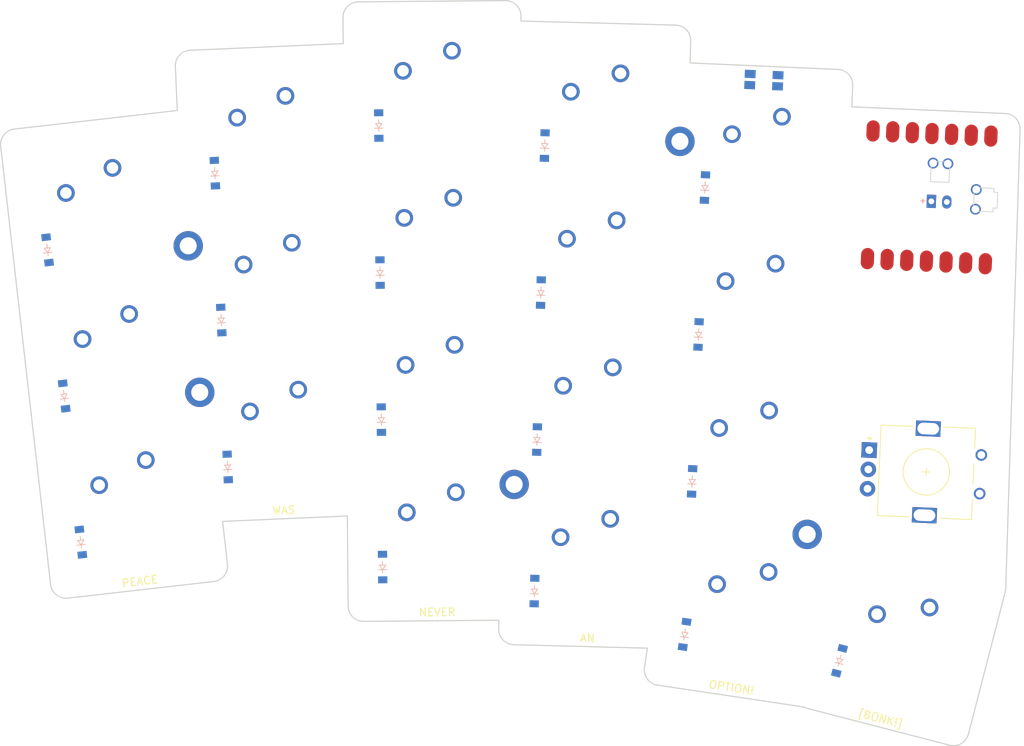
<source format=kicad_pcb>

            
(kicad_pcb (version 20171130) (host pcbnew 5.1.6)

  (page A3)
  (title_block
    (title goose)
    (rev v1.0.0)
    (company Unknown)
  )

  (general
    (thickness 1.6)
  )

  (layers
    (0 F.Cu signal)
    (31 B.Cu signal)
    (32 B.Adhes user)
    (33 F.Adhes user)
    (34 B.Paste user)
    (35 F.Paste user)
    (36 B.SilkS user)
    (37 F.SilkS user)
    (38 B.Mask user)
    (39 F.Mask user)
    (40 Dwgs.User user)
    (41 Cmts.User user)
    (42 Eco1.User user)
    (43 Eco2.User user)
    (44 Edge.Cuts user)
    (45 Margin user)
    (46 B.CrtYd user)
    (47 F.CrtYd user)
    (48 B.Fab user)
    (49 F.Fab user)
  )

  (setup
    (last_trace_width 0.25)
    (trace_clearance 0.2)
    (zone_clearance 0.508)
    (zone_45_only no)
    (trace_min 0.2)
    (via_size 0.8)
    (via_drill 0.4)
    (via_min_size 0.4)
    (via_min_drill 0.3)
    (uvia_size 0.3)
    (uvia_drill 0.1)
    (uvias_allowed no)
    (uvia_min_size 0.2)
    (uvia_min_drill 0.1)
    (edge_width 0.05)
    (segment_width 0.2)
    (pcb_text_width 0.3)
    (pcb_text_size 1.5 1.5)
    (mod_edge_width 0.12)
    (mod_text_size 1 1)
    (mod_text_width 0.15)
    (pad_size 1.524 1.524)
    (pad_drill 0.762)
    (pad_to_mask_clearance 0.05)
    (aux_axis_origin 0 0)
    (visible_elements FFFFFF7F)
    (pcbplotparams
      (layerselection 0x010fc_ffffffff)
      (usegerberextensions false)
      (usegerberattributes true)
      (usegerberadvancedattributes true)
      (creategerberjobfile true)
      (excludeedgelayer true)
      (linewidth 0.100000)
      (plotframeref false)
      (viasonmask false)
      (mode 1)
      (useauxorigin false)
      (hpglpennumber 1)
      (hpglpenspeed 20)
      (hpglpendiameter 15.000000)
      (psnegative false)
      (psa4output false)
      (plotreference true)
      (plotvalue true)
      (plotinvisibletext false)
      (padsonsilk false)
      (subtractmaskfromsilk false)
      (outputformat 1)
      (mirror false)
      (drillshape 1)
      (scaleselection 1)
      (outputdirectory ""))
  )

            (net 0 "")
(net 1 "C0")
(net 2 "C0_R2")
(net 3 "C0_R1")
(net 4 "C0_R0")
(net 5 "C1")
(net 6 "C1_R2")
(net 7 "C1_R1")
(net 8 "C1_R0")
(net 9 "C2")
(net 10 "C2_R2")
(net 11 "C2_R1")
(net 12 "C2_R0")
(net 13 "C3")
(net 14 "C3_R2")
(net 15 "C3_R1")
(net 16 "C3_R0")
(net 17 "C4")
(net 18 "C4_R2")
(net 19 "C4_R1")
(net 20 "C4_R0")
(net 21 "C1_R3")
(net 22 "C2_R3")
(net 23 "C3_R3")
(net 24 "C4_R3")
(net 25 "R2")
(net 26 "R1")
(net 27 "R0")
(net 28 "R3")
(net 29 "P0")
(net 30 "P1")
(net 31 "RAW3V3")
(net 32 "GND")
(net 33 "RAW5V")
(net 34 "BAT+")
(net 35 "BAT-")
(net 36 "RST")
(net 37 "CLK")
(net 38 "DIO")
(net 39 "NFC0")
(net 40 "NFC1")
            
  (net_class Default "This is the default net class."
    (clearance 0.2)
    (trace_width 0.25)
    (via_dia 0.8)
    (via_drill 0.4)
    (uvia_dia 0.3)
    (uvia_drill 0.1)
    (add_net "")
(add_net "C0")
(add_net "C0_R2")
(add_net "C0_R1")
(add_net "C0_R0")
(add_net "C1")
(add_net "C1_R2")
(add_net "C1_R1")
(add_net "C1_R0")
(add_net "C2")
(add_net "C2_R2")
(add_net "C2_R1")
(add_net "C2_R0")
(add_net "C3")
(add_net "C3_R2")
(add_net "C3_R1")
(add_net "C3_R0")
(add_net "C4")
(add_net "C4_R2")
(add_net "C4_R1")
(add_net "C4_R0")
(add_net "C1_R3")
(add_net "C2_R3")
(add_net "C3_R3")
(add_net "C4_R3")
(add_net "R2")
(add_net "R1")
(add_net "R0")
(add_net "R3")
(add_net "P0")
(add_net "P1")
(add_net "RAW3V3")
(add_net "GND")
(add_net "RAW5V")
(add_net "BAT+")
(add_net "BAT-")
(add_net "RST")
(add_net "CLK")
(add_net "DIO")
(add_net "NFC0")
(add_net "NFC1")
  )

            
        
      (module MX (layer F.Cu) (tedit 5DD4F656)
      (at 179.8574898 165.2014932 6.5)

      
      (fp_text reference "S1" (at 0 0) (layer F.SilkS) hide (effects (font (size 1.27 1.27) (thickness 0.15))))
      (fp_text value "" (at 0 0) (layer F.SilkS) hide (effects (font (size 1.27 1.27) (thickness 0.15))))

      
      (fp_line (start -7 -6) (end -7 -7) (layer Dwgs.User) (width 0.15))
      (fp_line (start -7 7) (end -6 7) (layer Dwgs.User) (width 0.15))
      (fp_line (start -6 -7) (end -7 -7) (layer Dwgs.User) (width 0.15))
      (fp_line (start -7 7) (end -7 6) (layer Dwgs.User) (width 0.15))
      (fp_line (start 7 6) (end 7 7) (layer Dwgs.User) (width 0.15))
      (fp_line (start 7 -7) (end 6 -7) (layer Dwgs.User) (width 0.15))
      (fp_line (start 6 7) (end 7 7) (layer Dwgs.User) (width 0.15))
      (fp_line (start 7 -7) (end 7 -6) (layer Dwgs.User) (width 0.15))
    
      
      (pad "" np_thru_hole circle (at 0 0) (size 3.9878 3.9878) (drill 3.9878) (layers *.Cu *.Mask))

      
      (pad "" np_thru_hole circle (at 5.08 0) (size 1.7018 1.7018) (drill 1.7018) (layers *.Cu *.Mask))
      (pad "" np_thru_hole circle (at -5.08 0) (size 1.7018 1.7018) (drill 1.7018) (layers *.Cu *.Mask))
      
        
      
      (fp_line (start -9.5 -9.5) (end 9.5 -9.5) (layer Dwgs.User) (width 0.15))
      (fp_line (start 9.5 -9.5) (end 9.5 9.5) (layer Dwgs.User) (width 0.15))
      (fp_line (start 9.5 9.5) (end -9.5 9.5) (layer Dwgs.User) (width 0.15))
      (fp_line (start -9.5 9.5) (end -9.5 -9.5) (layer Dwgs.User) (width 0.15))
      
        
            
            (pad 1 thru_hole circle (at 2.54 -5.08) (size 2.286 2.286) (drill 1.4986) (layers *.Cu *.Mask) (net 1 "C0"))
            (pad 2 thru_hole circle (at -3.81 -2.54) (size 2.286 2.286) (drill 1.4986) (layers *.Cu *.Mask) (net 2 "C0_R2"))
          )
        

        
      (module MX (layer F.Cu) (tedit 5DD4F656)
      (at 177.7066288 146.3236279 6.5)

      
      (fp_text reference "S2" (at 0 0) (layer F.SilkS) hide (effects (font (size 1.27 1.27) (thickness 0.15))))
      (fp_text value "" (at 0 0) (layer F.SilkS) hide (effects (font (size 1.27 1.27) (thickness 0.15))))

      
      (fp_line (start -7 -6) (end -7 -7) (layer Dwgs.User) (width 0.15))
      (fp_line (start -7 7) (end -6 7) (layer Dwgs.User) (width 0.15))
      (fp_line (start -6 -7) (end -7 -7) (layer Dwgs.User) (width 0.15))
      (fp_line (start -7 7) (end -7 6) (layer Dwgs.User) (width 0.15))
      (fp_line (start 7 6) (end 7 7) (layer Dwgs.User) (width 0.15))
      (fp_line (start 7 -7) (end 6 -7) (layer Dwgs.User) (width 0.15))
      (fp_line (start 6 7) (end 7 7) (layer Dwgs.User) (width 0.15))
      (fp_line (start 7 -7) (end 7 -6) (layer Dwgs.User) (width 0.15))
    
      
      (pad "" np_thru_hole circle (at 0 0) (size 3.9878 3.9878) (drill 3.9878) (layers *.Cu *.Mask))

      
      (pad "" np_thru_hole circle (at 5.08 0) (size 1.7018 1.7018) (drill 1.7018) (layers *.Cu *.Mask))
      (pad "" np_thru_hole circle (at -5.08 0) (size 1.7018 1.7018) (drill 1.7018) (layers *.Cu *.Mask))
      
        
      
      (fp_line (start -9.5 -9.5) (end 9.5 -9.5) (layer Dwgs.User) (width 0.15))
      (fp_line (start 9.5 -9.5) (end 9.5 9.5) (layer Dwgs.User) (width 0.15))
      (fp_line (start 9.5 9.5) (end -9.5 9.5) (layer Dwgs.User) (width 0.15))
      (fp_line (start -9.5 9.5) (end -9.5 -9.5) (layer Dwgs.User) (width 0.15))
      
        
            
            (pad 1 thru_hole circle (at 2.54 -5.08) (size 2.286 2.286) (drill 1.4986) (layers *.Cu *.Mask) (net 1 "C0"))
            (pad 2 thru_hole circle (at -3.81 -2.54) (size 2.286 2.286) (drill 1.4986) (layers *.Cu *.Mask) (net 3 "C0_R1"))
          )
        

        
      (module MX (layer F.Cu) (tedit 5DD4F656)
      (at 175.5557677 127.4457627 6.5)

      
      (fp_text reference "S3" (at 0 0) (layer F.SilkS) hide (effects (font (size 1.27 1.27) (thickness 0.15))))
      (fp_text value "" (at 0 0) (layer F.SilkS) hide (effects (font (size 1.27 1.27) (thickness 0.15))))

      
      (fp_line (start -7 -6) (end -7 -7) (layer Dwgs.User) (width 0.15))
      (fp_line (start -7 7) (end -6 7) (layer Dwgs.User) (width 0.15))
      (fp_line (start -6 -7) (end -7 -7) (layer Dwgs.User) (width 0.15))
      (fp_line (start -7 7) (end -7 6) (layer Dwgs.User) (width 0.15))
      (fp_line (start 7 6) (end 7 7) (layer Dwgs.User) (width 0.15))
      (fp_line (start 7 -7) (end 6 -7) (layer Dwgs.User) (width 0.15))
      (fp_line (start 6 7) (end 7 7) (layer Dwgs.User) (width 0.15))
      (fp_line (start 7 -7) (end 7 -6) (layer Dwgs.User) (width 0.15))
    
      
      (pad "" np_thru_hole circle (at 0 0) (size 3.9878 3.9878) (drill 3.9878) (layers *.Cu *.Mask))

      
      (pad "" np_thru_hole circle (at 5.08 0) (size 1.7018 1.7018) (drill 1.7018) (layers *.Cu *.Mask))
      (pad "" np_thru_hole circle (at -5.08 0) (size 1.7018 1.7018) (drill 1.7018) (layers *.Cu *.Mask))
      
        
      
      (fp_line (start -9.5 -9.5) (end 9.5 -9.5) (layer Dwgs.User) (width 0.15))
      (fp_line (start 9.5 -9.5) (end 9.5 9.5) (layer Dwgs.User) (width 0.15))
      (fp_line (start 9.5 9.5) (end -9.5 9.5) (layer Dwgs.User) (width 0.15))
      (fp_line (start -9.5 9.5) (end -9.5 -9.5) (layer Dwgs.User) (width 0.15))
      
        
            
            (pad 1 thru_hole circle (at 2.54 -5.08) (size 2.286 2.286) (drill 1.4986) (layers *.Cu *.Mask) (net 1 "C0"))
            (pad 2 thru_hole circle (at -3.81 -2.54) (size 2.286 2.286) (drill 1.4986) (layers *.Cu *.Mask) (net 4 "C0_R0"))
          )
        

        
      (module MX (layer F.Cu) (tedit 5DD4F656)
      (at 199.1848974 155.9541251 2.5)

      
      (fp_text reference "S4" (at 0 0) (layer F.SilkS) hide (effects (font (size 1.27 1.27) (thickness 0.15))))
      (fp_text value "" (at 0 0) (layer F.SilkS) hide (effects (font (size 1.27 1.27) (thickness 0.15))))

      
      (fp_line (start -7 -6) (end -7 -7) (layer Dwgs.User) (width 0.15))
      (fp_line (start -7 7) (end -6 7) (layer Dwgs.User) (width 0.15))
      (fp_line (start -6 -7) (end -7 -7) (layer Dwgs.User) (width 0.15))
      (fp_line (start -7 7) (end -7 6) (layer Dwgs.User) (width 0.15))
      (fp_line (start 7 6) (end 7 7) (layer Dwgs.User) (width 0.15))
      (fp_line (start 7 -7) (end 6 -7) (layer Dwgs.User) (width 0.15))
      (fp_line (start 6 7) (end 7 7) (layer Dwgs.User) (width 0.15))
      (fp_line (start 7 -7) (end 7 -6) (layer Dwgs.User) (width 0.15))
    
      
      (pad "" np_thru_hole circle (at 0 0) (size 3.9878 3.9878) (drill 3.9878) (layers *.Cu *.Mask))

      
      (pad "" np_thru_hole circle (at 5.08 0) (size 1.7018 1.7018) (drill 1.7018) (layers *.Cu *.Mask))
      (pad "" np_thru_hole circle (at -5.08 0) (size 1.7018 1.7018) (drill 1.7018) (layers *.Cu *.Mask))
      
        
      
      (fp_line (start -9.5 -9.5) (end 9.5 -9.5) (layer Dwgs.User) (width 0.15))
      (fp_line (start 9.5 -9.5) (end 9.5 9.5) (layer Dwgs.User) (width 0.15))
      (fp_line (start 9.5 9.5) (end -9.5 9.5) (layer Dwgs.User) (width 0.15))
      (fp_line (start -9.5 9.5) (end -9.5 -9.5) (layer Dwgs.User) (width 0.15))
      
        
            
            (pad 1 thru_hole circle (at 2.54 -5.08) (size 2.286 2.286) (drill 1.4986) (layers *.Cu *.Mask) (net 5 "C1"))
            (pad 2 thru_hole circle (at -3.81 -2.54) (size 2.286 2.286) (drill 1.4986) (layers *.Cu *.Mask) (net 6 "C1_R2"))
          )
        

        
      (module MX (layer F.Cu) (tedit 5DD4F656)
      (at 198.3561291 136.9722088 2.5)

      
      (fp_text reference "S5" (at 0 0) (layer F.SilkS) hide (effects (font (size 1.27 1.27) (thickness 0.15))))
      (fp_text value "" (at 0 0) (layer F.SilkS) hide (effects (font (size 1.27 1.27) (thickness 0.15))))

      
      (fp_line (start -7 -6) (end -7 -7) (layer Dwgs.User) (width 0.15))
      (fp_line (start -7 7) (end -6 7) (layer Dwgs.User) (width 0.15))
      (fp_line (start -6 -7) (end -7 -7) (layer Dwgs.User) (width 0.15))
      (fp_line (start -7 7) (end -7 6) (layer Dwgs.User) (width 0.15))
      (fp_line (start 7 6) (end 7 7) (layer Dwgs.User) (width 0.15))
      (fp_line (start 7 -7) (end 6 -7) (layer Dwgs.User) (width 0.15))
      (fp_line (start 6 7) (end 7 7) (layer Dwgs.User) (width 0.15))
      (fp_line (start 7 -7) (end 7 -6) (layer Dwgs.User) (width 0.15))
    
      
      (pad "" np_thru_hole circle (at 0 0) (size 3.9878 3.9878) (drill 3.9878) (layers *.Cu *.Mask))

      
      (pad "" np_thru_hole circle (at 5.08 0) (size 1.7018 1.7018) (drill 1.7018) (layers *.Cu *.Mask))
      (pad "" np_thru_hole circle (at -5.08 0) (size 1.7018 1.7018) (drill 1.7018) (layers *.Cu *.Mask))
      
        
      
      (fp_line (start -9.5 -9.5) (end 9.5 -9.5) (layer Dwgs.User) (width 0.15))
      (fp_line (start 9.5 -9.5) (end 9.5 9.5) (layer Dwgs.User) (width 0.15))
      (fp_line (start 9.5 9.5) (end -9.5 9.5) (layer Dwgs.User) (width 0.15))
      (fp_line (start -9.5 9.5) (end -9.5 -9.5) (layer Dwgs.User) (width 0.15))
      
        
            
            (pad 1 thru_hole circle (at 2.54 -5.08) (size 2.286 2.286) (drill 1.4986) (layers *.Cu *.Mask) (net 5 "C1"))
            (pad 2 thru_hole circle (at -3.81 -2.54) (size 2.286 2.286) (drill 1.4986) (layers *.Cu *.Mask) (net 7 "C1_R1"))
          )
        

        
      (module MX (layer F.Cu) (tedit 5DD4F656)
      (at 197.5273607 117.9902926 2.5)

      
      (fp_text reference "S6" (at 0 0) (layer F.SilkS) hide (effects (font (size 1.27 1.27) (thickness 0.15))))
      (fp_text value "" (at 0 0) (layer F.SilkS) hide (effects (font (size 1.27 1.27) (thickness 0.15))))

      
      (fp_line (start -7 -6) (end -7 -7) (layer Dwgs.User) (width 0.15))
      (fp_line (start -7 7) (end -6 7) (layer Dwgs.User) (width 0.15))
      (fp_line (start -6 -7) (end -7 -7) (layer Dwgs.User) (width 0.15))
      (fp_line (start -7 7) (end -7 6) (layer Dwgs.User) (width 0.15))
      (fp_line (start 7 6) (end 7 7) (layer Dwgs.User) (width 0.15))
      (fp_line (start 7 -7) (end 6 -7) (layer Dwgs.User) (width 0.15))
      (fp_line (start 6 7) (end 7 7) (layer Dwgs.User) (width 0.15))
      (fp_line (start 7 -7) (end 7 -6) (layer Dwgs.User) (width 0.15))
    
      
      (pad "" np_thru_hole circle (at 0 0) (size 3.9878 3.9878) (drill 3.9878) (layers *.Cu *.Mask))

      
      (pad "" np_thru_hole circle (at 5.08 0) (size 1.7018 1.7018) (drill 1.7018) (layers *.Cu *.Mask))
      (pad "" np_thru_hole circle (at -5.08 0) (size 1.7018 1.7018) (drill 1.7018) (layers *.Cu *.Mask))
      
        
      
      (fp_line (start -9.5 -9.5) (end 9.5 -9.5) (layer Dwgs.User) (width 0.15))
      (fp_line (start 9.5 -9.5) (end 9.5 9.5) (layer Dwgs.User) (width 0.15))
      (fp_line (start 9.5 9.5) (end -9.5 9.5) (layer Dwgs.User) (width 0.15))
      (fp_line (start -9.5 9.5) (end -9.5 -9.5) (layer Dwgs.User) (width 0.15))
      
        
            
            (pad 1 thru_hole circle (at 2.54 -5.08) (size 2.286 2.286) (drill 1.4986) (layers *.Cu *.Mask) (net 5 "C1"))
            (pad 2 thru_hole circle (at -3.81 -2.54) (size 2.286 2.286) (drill 1.4986) (layers *.Cu *.Mask) (net 8 "C1_R0"))
          )
        

        
      (module MX (layer F.Cu) (tedit 5DD4F656)
      (at 219.197527 150.0755914 0.5)

      
      (fp_text reference "S7" (at 0 0) (layer F.SilkS) hide (effects (font (size 1.27 1.27) (thickness 0.15))))
      (fp_text value "" (at 0 0) (layer F.SilkS) hide (effects (font (size 1.27 1.27) (thickness 0.15))))

      
      (fp_line (start -7 -6) (end -7 -7) (layer Dwgs.User) (width 0.15))
      (fp_line (start -7 7) (end -6 7) (layer Dwgs.User) (width 0.15))
      (fp_line (start -6 -7) (end -7 -7) (layer Dwgs.User) (width 0.15))
      (fp_line (start -7 7) (end -7 6) (layer Dwgs.User) (width 0.15))
      (fp_line (start 7 6) (end 7 7) (layer Dwgs.User) (width 0.15))
      (fp_line (start 7 -7) (end 6 -7) (layer Dwgs.User) (width 0.15))
      (fp_line (start 6 7) (end 7 7) (layer Dwgs.User) (width 0.15))
      (fp_line (start 7 -7) (end 7 -6) (layer Dwgs.User) (width 0.15))
    
      
      (pad "" np_thru_hole circle (at 0 0) (size 3.9878 3.9878) (drill 3.9878) (layers *.Cu *.Mask))

      
      (pad "" np_thru_hole circle (at 5.08 0) (size 1.7018 1.7018) (drill 1.7018) (layers *.Cu *.Mask))
      (pad "" np_thru_hole circle (at -5.08 0) (size 1.7018 1.7018) (drill 1.7018) (layers *.Cu *.Mask))
      
        
      
      (fp_line (start -9.5 -9.5) (end 9.5 -9.5) (layer Dwgs.User) (width 0.15))
      (fp_line (start 9.5 -9.5) (end 9.5 9.5) (layer Dwgs.User) (width 0.15))
      (fp_line (start 9.5 9.5) (end -9.5 9.5) (layer Dwgs.User) (width 0.15))
      (fp_line (start -9.5 9.5) (end -9.5 -9.5) (layer Dwgs.User) (width 0.15))
      
        
            
            (pad 1 thru_hole circle (at 2.54 -5.08) (size 2.286 2.286) (drill 1.4986) (layers *.Cu *.Mask) (net 9 "C2"))
            (pad 2 thru_hole circle (at -3.81 -2.54) (size 2.286 2.286) (drill 1.4986) (layers *.Cu *.Mask) (net 10 "C2_R2"))
          )
        

        
      (module MX (layer F.Cu) (tedit 5DD4F656)
      (at 219.0317228 131.0763148 0.5)

      
      (fp_text reference "S8" (at 0 0) (layer F.SilkS) hide (effects (font (size 1.27 1.27) (thickness 0.15))))
      (fp_text value "" (at 0 0) (layer F.SilkS) hide (effects (font (size 1.27 1.27) (thickness 0.15))))

      
      (fp_line (start -7 -6) (end -7 -7) (layer Dwgs.User) (width 0.15))
      (fp_line (start -7 7) (end -6 7) (layer Dwgs.User) (width 0.15))
      (fp_line (start -6 -7) (end -7 -7) (layer Dwgs.User) (width 0.15))
      (fp_line (start -7 7) (end -7 6) (layer Dwgs.User) (width 0.15))
      (fp_line (start 7 6) (end 7 7) (layer Dwgs.User) (width 0.15))
      (fp_line (start 7 -7) (end 6 -7) (layer Dwgs.User) (width 0.15))
      (fp_line (start 6 7) (end 7 7) (layer Dwgs.User) (width 0.15))
      (fp_line (start 7 -7) (end 7 -6) (layer Dwgs.User) (width 0.15))
    
      
      (pad "" np_thru_hole circle (at 0 0) (size 3.9878 3.9878) (drill 3.9878) (layers *.Cu *.Mask))

      
      (pad "" np_thru_hole circle (at 5.08 0) (size 1.7018 1.7018) (drill 1.7018) (layers *.Cu *.Mask))
      (pad "" np_thru_hole circle (at -5.08 0) (size 1.7018 1.7018) (drill 1.7018) (layers *.Cu *.Mask))
      
        
      
      (fp_line (start -9.5 -9.5) (end 9.5 -9.5) (layer Dwgs.User) (width 0.15))
      (fp_line (start 9.5 -9.5) (end 9.5 9.5) (layer Dwgs.User) (width 0.15))
      (fp_line (start 9.5 9.5) (end -9.5 9.5) (layer Dwgs.User) (width 0.15))
      (fp_line (start -9.5 9.5) (end -9.5 -9.5) (layer Dwgs.User) (width 0.15))
      
        
            
            (pad 1 thru_hole circle (at 2.54 -5.08) (size 2.286 2.286) (drill 1.4986) (layers *.Cu *.Mask) (net 9 "C2"))
            (pad 2 thru_hole circle (at -3.81 -2.54) (size 2.286 2.286) (drill 1.4986) (layers *.Cu *.Mask) (net 11 "C2_R1"))
          )
        

        
      (module MX (layer F.Cu) (tedit 5DD4F656)
      (at 218.8659186 112.0770383 0.5)

      
      (fp_text reference "S9" (at 0 0) (layer F.SilkS) hide (effects (font (size 1.27 1.27) (thickness 0.15))))
      (fp_text value "" (at 0 0) (layer F.SilkS) hide (effects (font (size 1.27 1.27) (thickness 0.15))))

      
      (fp_line (start -7 -6) (end -7 -7) (layer Dwgs.User) (width 0.15))
      (fp_line (start -7 7) (end -6 7) (layer Dwgs.User) (width 0.15))
      (fp_line (start -6 -7) (end -7 -7) (layer Dwgs.User) (width 0.15))
      (fp_line (start -7 7) (end -7 6) (layer Dwgs.User) (width 0.15))
      (fp_line (start 7 6) (end 7 7) (layer Dwgs.User) (width 0.15))
      (fp_line (start 7 -7) (end 6 -7) (layer Dwgs.User) (width 0.15))
      (fp_line (start 6 7) (end 7 7) (layer Dwgs.User) (width 0.15))
      (fp_line (start 7 -7) (end 7 -6) (layer Dwgs.User) (width 0.15))
    
      
      (pad "" np_thru_hole circle (at 0 0) (size 3.9878 3.9878) (drill 3.9878) (layers *.Cu *.Mask))

      
      (pad "" np_thru_hole circle (at 5.08 0) (size 1.7018 1.7018) (drill 1.7018) (layers *.Cu *.Mask))
      (pad "" np_thru_hole circle (at -5.08 0) (size 1.7018 1.7018) (drill 1.7018) (layers *.Cu *.Mask))
      
        
      
      (fp_line (start -9.5 -9.5) (end 9.5 -9.5) (layer Dwgs.User) (width 0.15))
      (fp_line (start 9.5 -9.5) (end 9.5 9.5) (layer Dwgs.User) (width 0.15))
      (fp_line (start 9.5 9.5) (end -9.5 9.5) (layer Dwgs.User) (width 0.15))
      (fp_line (start -9.5 9.5) (end -9.5 -9.5) (layer Dwgs.User) (width 0.15))
      
        
            
            (pad 1 thru_hole circle (at 2.54 -5.08) (size 2.286 2.286) (drill 1.4986) (layers *.Cu *.Mask) (net 9 "C2"))
            (pad 2 thru_hole circle (at -3.81 -2.54) (size 2.286 2.286) (drill 1.4986) (layers *.Cu *.Mask) (net 12 "C2_R0"))
          )
        

        
      (module MX (layer F.Cu) (tedit 5DD4F656)
      (at 239.4729355 152.8987648 -1.5)

      
      (fp_text reference "S10" (at 0 0) (layer F.SilkS) hide (effects (font (size 1.27 1.27) (thickness 0.15))))
      (fp_text value "" (at 0 0) (layer F.SilkS) hide (effects (font (size 1.27 1.27) (thickness 0.15))))

      
      (fp_line (start -7 -6) (end -7 -7) (layer Dwgs.User) (width 0.15))
      (fp_line (start -7 7) (end -6 7) (layer Dwgs.User) (width 0.15))
      (fp_line (start -6 -7) (end -7 -7) (layer Dwgs.User) (width 0.15))
      (fp_line (start -7 7) (end -7 6) (layer Dwgs.User) (width 0.15))
      (fp_line (start 7 6) (end 7 7) (layer Dwgs.User) (width 0.15))
      (fp_line (start 7 -7) (end 6 -7) (layer Dwgs.User) (width 0.15))
      (fp_line (start 6 7) (end 7 7) (layer Dwgs.User) (width 0.15))
      (fp_line (start 7 -7) (end 7 -6) (layer Dwgs.User) (width 0.15))
    
      
      (pad "" np_thru_hole circle (at 0 0) (size 3.9878 3.9878) (drill 3.9878) (layers *.Cu *.Mask))

      
      (pad "" np_thru_hole circle (at 5.08 0) (size 1.7018 1.7018) (drill 1.7018) (layers *.Cu *.Mask))
      (pad "" np_thru_hole circle (at -5.08 0) (size 1.7018 1.7018) (drill 1.7018) (layers *.Cu *.Mask))
      
        
      
      (fp_line (start -9.5 -9.5) (end 9.5 -9.5) (layer Dwgs.User) (width 0.15))
      (fp_line (start 9.5 -9.5) (end 9.5 9.5) (layer Dwgs.User) (width 0.15))
      (fp_line (start 9.5 9.5) (end -9.5 9.5) (layer Dwgs.User) (width 0.15))
      (fp_line (start -9.5 9.5) (end -9.5 -9.5) (layer Dwgs.User) (width 0.15))
      
        
            
            (pad 1 thru_hole circle (at 2.54 -5.08) (size 2.286 2.286) (drill 1.4986) (layers *.Cu *.Mask) (net 13 "C3"))
            (pad 2 thru_hole circle (at -3.81 -2.54) (size 2.286 2.286) (drill 1.4986) (layers *.Cu *.Mask) (net 14 "C3_R2"))
          )
        

        
      (module MX (layer F.Cu) (tedit 5DD4F656)
      (at 239.9702975 133.9052756 -1.5)

      
      (fp_text reference "S11" (at 0 0) (layer F.SilkS) hide (effects (font (size 1.27 1.27) (thickness 0.15))))
      (fp_text value "" (at 0 0) (layer F.SilkS) hide (effects (font (size 1.27 1.27) (thickness 0.15))))

      
      (fp_line (start -7 -6) (end -7 -7) (layer Dwgs.User) (width 0.15))
      (fp_line (start -7 7) (end -6 7) (layer Dwgs.User) (width 0.15))
      (fp_line (start -6 -7) (end -7 -7) (layer Dwgs.User) (width 0.15))
      (fp_line (start -7 7) (end -7 6) (layer Dwgs.User) (width 0.15))
      (fp_line (start 7 6) (end 7 7) (layer Dwgs.User) (width 0.15))
      (fp_line (start 7 -7) (end 6 -7) (layer Dwgs.User) (width 0.15))
      (fp_line (start 6 7) (end 7 7) (layer Dwgs.User) (width 0.15))
      (fp_line (start 7 -7) (end 7 -6) (layer Dwgs.User) (width 0.15))
    
      
      (pad "" np_thru_hole circle (at 0 0) (size 3.9878 3.9878) (drill 3.9878) (layers *.Cu *.Mask))

      
      (pad "" np_thru_hole circle (at 5.08 0) (size 1.7018 1.7018) (drill 1.7018) (layers *.Cu *.Mask))
      (pad "" np_thru_hole circle (at -5.08 0) (size 1.7018 1.7018) (drill 1.7018) (layers *.Cu *.Mask))
      
        
      
      (fp_line (start -9.5 -9.5) (end 9.5 -9.5) (layer Dwgs.User) (width 0.15))
      (fp_line (start 9.5 -9.5) (end 9.5 9.5) (layer Dwgs.User) (width 0.15))
      (fp_line (start 9.5 9.5) (end -9.5 9.5) (layer Dwgs.User) (width 0.15))
      (fp_line (start -9.5 9.5) (end -9.5 -9.5) (layer Dwgs.User) (width 0.15))
      
        
            
            (pad 1 thru_hole circle (at 2.54 -5.08) (size 2.286 2.286) (drill 1.4986) (layers *.Cu *.Mask) (net 13 "C3"))
            (pad 2 thru_hole circle (at -3.81 -2.54) (size 2.286 2.286) (drill 1.4986) (layers *.Cu *.Mask) (net 15 "C3_R1"))
          )
        

        
      (module MX (layer F.Cu) (tedit 5DD4F656)
      (at 240.4676596 114.9117865 -1.5)

      
      (fp_text reference "S12" (at 0 0) (layer F.SilkS) hide (effects (font (size 1.27 1.27) (thickness 0.15))))
      (fp_text value "" (at 0 0) (layer F.SilkS) hide (effects (font (size 1.27 1.27) (thickness 0.15))))

      
      (fp_line (start -7 -6) (end -7 -7) (layer Dwgs.User) (width 0.15))
      (fp_line (start -7 7) (end -6 7) (layer Dwgs.User) (width 0.15))
      (fp_line (start -6 -7) (end -7 -7) (layer Dwgs.User) (width 0.15))
      (fp_line (start -7 7) (end -7 6) (layer Dwgs.User) (width 0.15))
      (fp_line (start 7 6) (end 7 7) (layer Dwgs.User) (width 0.15))
      (fp_line (start 7 -7) (end 6 -7) (layer Dwgs.User) (width 0.15))
      (fp_line (start 6 7) (end 7 7) (layer Dwgs.User) (width 0.15))
      (fp_line (start 7 -7) (end 7 -6) (layer Dwgs.User) (width 0.15))
    
      
      (pad "" np_thru_hole circle (at 0 0) (size 3.9878 3.9878) (drill 3.9878) (layers *.Cu *.Mask))

      
      (pad "" np_thru_hole circle (at 5.08 0) (size 1.7018 1.7018) (drill 1.7018) (layers *.Cu *.Mask))
      (pad "" np_thru_hole circle (at -5.08 0) (size 1.7018 1.7018) (drill 1.7018) (layers *.Cu *.Mask))
      
        
      
      (fp_line (start -9.5 -9.5) (end 9.5 -9.5) (layer Dwgs.User) (width 0.15))
      (fp_line (start 9.5 -9.5) (end 9.5 9.5) (layer Dwgs.User) (width 0.15))
      (fp_line (start 9.5 9.5) (end -9.5 9.5) (layer Dwgs.User) (width 0.15))
      (fp_line (start -9.5 9.5) (end -9.5 -9.5) (layer Dwgs.User) (width 0.15))
      
        
            
            (pad 1 thru_hole circle (at 2.54 -5.08) (size 2.286 2.286) (drill 1.4986) (layers *.Cu *.Mask) (net 13 "C3"))
            (pad 2 thru_hole circle (at -3.81 -2.54) (size 2.286 2.286) (drill 1.4986) (layers *.Cu *.Mask) (net 16 "C3_R0"))
          )
        

        
      (module MX (layer F.Cu) (tedit 5DD4F656)
      (at 259.5851115 158.4271346 -2.5)

      
      (fp_text reference "S13" (at 0 0) (layer F.SilkS) hide (effects (font (size 1.27 1.27) (thickness 0.15))))
      (fp_text value "" (at 0 0) (layer F.SilkS) hide (effects (font (size 1.27 1.27) (thickness 0.15))))

      
      (fp_line (start -7 -6) (end -7 -7) (layer Dwgs.User) (width 0.15))
      (fp_line (start -7 7) (end -6 7) (layer Dwgs.User) (width 0.15))
      (fp_line (start -6 -7) (end -7 -7) (layer Dwgs.User) (width 0.15))
      (fp_line (start -7 7) (end -7 6) (layer Dwgs.User) (width 0.15))
      (fp_line (start 7 6) (end 7 7) (layer Dwgs.User) (width 0.15))
      (fp_line (start 7 -7) (end 6 -7) (layer Dwgs.User) (width 0.15))
      (fp_line (start 6 7) (end 7 7) (layer Dwgs.User) (width 0.15))
      (fp_line (start 7 -7) (end 7 -6) (layer Dwgs.User) (width 0.15))
    
      
      (pad "" np_thru_hole circle (at 0 0) (size 3.9878 3.9878) (drill 3.9878) (layers *.Cu *.Mask))

      
      (pad "" np_thru_hole circle (at 5.08 0) (size 1.7018 1.7018) (drill 1.7018) (layers *.Cu *.Mask))
      (pad "" np_thru_hole circle (at -5.08 0) (size 1.7018 1.7018) (drill 1.7018) (layers *.Cu *.Mask))
      
        
      
      (fp_line (start -9.5 -9.5) (end 9.5 -9.5) (layer Dwgs.User) (width 0.15))
      (fp_line (start 9.5 -9.5) (end 9.5 9.5) (layer Dwgs.User) (width 0.15))
      (fp_line (start 9.5 9.5) (end -9.5 9.5) (layer Dwgs.User) (width 0.15))
      (fp_line (start -9.5 9.5) (end -9.5 -9.5) (layer Dwgs.User) (width 0.15))
      
        
            
            (pad 1 thru_hole circle (at 2.54 -5.08) (size 2.286 2.286) (drill 1.4986) (layers *.Cu *.Mask) (net 17 "C4"))
            (pad 2 thru_hole circle (at -3.81 -2.54) (size 2.286 2.286) (drill 1.4986) (layers *.Cu *.Mask) (net 18 "C4_R2"))
          )
        

        
      (module MX (layer F.Cu) (tedit 5DD4F656)
      (at 260.4138799 139.4452184 -2.5)

      
      (fp_text reference "S14" (at 0 0) (layer F.SilkS) hide (effects (font (size 1.27 1.27) (thickness 0.15))))
      (fp_text value "" (at 0 0) (layer F.SilkS) hide (effects (font (size 1.27 1.27) (thickness 0.15))))

      
      (fp_line (start -7 -6) (end -7 -7) (layer Dwgs.User) (width 0.15))
      (fp_line (start -7 7) (end -6 7) (layer Dwgs.User) (width 0.15))
      (fp_line (start -6 -7) (end -7 -7) (layer Dwgs.User) (width 0.15))
      (fp_line (start -7 7) (end -7 6) (layer Dwgs.User) (width 0.15))
      (fp_line (start 7 6) (end 7 7) (layer Dwgs.User) (width 0.15))
      (fp_line (start 7 -7) (end 6 -7) (layer Dwgs.User) (width 0.15))
      (fp_line (start 6 7) (end 7 7) (layer Dwgs.User) (width 0.15))
      (fp_line (start 7 -7) (end 7 -6) (layer Dwgs.User) (width 0.15))
    
      
      (pad "" np_thru_hole circle (at 0 0) (size 3.9878 3.9878) (drill 3.9878) (layers *.Cu *.Mask))

      
      (pad "" np_thru_hole circle (at 5.08 0) (size 1.7018 1.7018) (drill 1.7018) (layers *.Cu *.Mask))
      (pad "" np_thru_hole circle (at -5.08 0) (size 1.7018 1.7018) (drill 1.7018) (layers *.Cu *.Mask))
      
        
      
      (fp_line (start -9.5 -9.5) (end 9.5 -9.5) (layer Dwgs.User) (width 0.15))
      (fp_line (start 9.5 -9.5) (end 9.5 9.5) (layer Dwgs.User) (width 0.15))
      (fp_line (start 9.5 9.5) (end -9.5 9.5) (layer Dwgs.User) (width 0.15))
      (fp_line (start -9.5 9.5) (end -9.5 -9.5) (layer Dwgs.User) (width 0.15))
      
        
            
            (pad 1 thru_hole circle (at 2.54 -5.08) (size 2.286 2.286) (drill 1.4986) (layers *.Cu *.Mask) (net 17 "C4"))
            (pad 2 thru_hole circle (at -3.81 -2.54) (size 2.286 2.286) (drill 1.4986) (layers *.Cu *.Mask) (net 19 "C4_R1"))
          )
        

        
      (module MX (layer F.Cu) (tedit 5DD4F656)
      (at 261.2426482 120.4633021 -2.5)

      
      (fp_text reference "S15" (at 0 0) (layer F.SilkS) hide (effects (font (size 1.27 1.27) (thickness 0.15))))
      (fp_text value "" (at 0 0) (layer F.SilkS) hide (effects (font (size 1.27 1.27) (thickness 0.15))))

      
      (fp_line (start -7 -6) (end -7 -7) (layer Dwgs.User) (width 0.15))
      (fp_line (start -7 7) (end -6 7) (layer Dwgs.User) (width 0.15))
      (fp_line (start -6 -7) (end -7 -7) (layer Dwgs.User) (width 0.15))
      (fp_line (start -7 7) (end -7 6) (layer Dwgs.User) (width 0.15))
      (fp_line (start 7 6) (end 7 7) (layer Dwgs.User) (width 0.15))
      (fp_line (start 7 -7) (end 6 -7) (layer Dwgs.User) (width 0.15))
      (fp_line (start 6 7) (end 7 7) (layer Dwgs.User) (width 0.15))
      (fp_line (start 7 -7) (end 7 -6) (layer Dwgs.User) (width 0.15))
    
      
      (pad "" np_thru_hole circle (at 0 0) (size 3.9878 3.9878) (drill 3.9878) (layers *.Cu *.Mask))

      
      (pad "" np_thru_hole circle (at 5.08 0) (size 1.7018 1.7018) (drill 1.7018) (layers *.Cu *.Mask))
      (pad "" np_thru_hole circle (at -5.08 0) (size 1.7018 1.7018) (drill 1.7018) (layers *.Cu *.Mask))
      
        
      
      (fp_line (start -9.5 -9.5) (end 9.5 -9.5) (layer Dwgs.User) (width 0.15))
      (fp_line (start 9.5 -9.5) (end 9.5 9.5) (layer Dwgs.User) (width 0.15))
      (fp_line (start 9.5 9.5) (end -9.5 9.5) (layer Dwgs.User) (width 0.15))
      (fp_line (start -9.5 9.5) (end -9.5 -9.5) (layer Dwgs.User) (width 0.15))
      
        
            
            (pad 1 thru_hole circle (at 2.54 -5.08) (size 2.286 2.286) (drill 1.4986) (layers *.Cu *.Mask) (net 17 "C4"))
            (pad 2 thru_hole circle (at -3.81 -2.54) (size 2.286 2.286) (drill 1.4986) (layers *.Cu *.Mask) (net 20 "C4_R0"))
          )
        

        
      (module MX (layer F.Cu) (tedit 5DD4F656)
      (at 219.3637675 169.124866 0.5)

      
      (fp_text reference "S16" (at 0 0) (layer F.SilkS) hide (effects (font (size 1.27 1.27) (thickness 0.15))))
      (fp_text value "" (at 0 0) (layer F.SilkS) hide (effects (font (size 1.27 1.27) (thickness 0.15))))

      
      (fp_line (start -7 -6) (end -7 -7) (layer Dwgs.User) (width 0.15))
      (fp_line (start -7 7) (end -6 7) (layer Dwgs.User) (width 0.15))
      (fp_line (start -6 -7) (end -7 -7) (layer Dwgs.User) (width 0.15))
      (fp_line (start -7 7) (end -7 6) (layer Dwgs.User) (width 0.15))
      (fp_line (start 7 6) (end 7 7) (layer Dwgs.User) (width 0.15))
      (fp_line (start 7 -7) (end 6 -7) (layer Dwgs.User) (width 0.15))
      (fp_line (start 6 7) (end 7 7) (layer Dwgs.User) (width 0.15))
      (fp_line (start 7 -7) (end 7 -6) (layer Dwgs.User) (width 0.15))
    
      
      (pad "" np_thru_hole circle (at 0 0) (size 3.9878 3.9878) (drill 3.9878) (layers *.Cu *.Mask))

      
      (pad "" np_thru_hole circle (at 5.08 0) (size 1.7018 1.7018) (drill 1.7018) (layers *.Cu *.Mask))
      (pad "" np_thru_hole circle (at -5.08 0) (size 1.7018 1.7018) (drill 1.7018) (layers *.Cu *.Mask))
      
        
      
      (fp_line (start -9.5 -9.5) (end 9.5 -9.5) (layer Dwgs.User) (width 0.15))
      (fp_line (start 9.5 -9.5) (end 9.5 9.5) (layer Dwgs.User) (width 0.15))
      (fp_line (start 9.5 9.5) (end -9.5 9.5) (layer Dwgs.User) (width 0.15))
      (fp_line (start -9.5 9.5) (end -9.5 -9.5) (layer Dwgs.User) (width 0.15))
      
        
            
            (pad 1 thru_hole circle (at 2.54 -5.08) (size 2.286 2.286) (drill 1.4986) (layers *.Cu *.Mask) (net 5 "C1"))
            (pad 2 thru_hole circle (at -3.81 -2.54) (size 2.286 2.286) (drill 1.4986) (layers *.Cu *.Mask) (net 21 "C1_R3"))
          )
        

        
      (module MX (layer F.Cu) (tedit 5DD4F656)
      (at 239.1434061 172.4698354 -1.5)

      
      (fp_text reference "S17" (at 0 0) (layer F.SilkS) hide (effects (font (size 1.27 1.27) (thickness 0.15))))
      (fp_text value "" (at 0 0) (layer F.SilkS) hide (effects (font (size 1.27 1.27) (thickness 0.15))))

      
      (fp_line (start -7 -6) (end -7 -7) (layer Dwgs.User) (width 0.15))
      (fp_line (start -7 7) (end -6 7) (layer Dwgs.User) (width 0.15))
      (fp_line (start -6 -7) (end -7 -7) (layer Dwgs.User) (width 0.15))
      (fp_line (start -7 7) (end -7 6) (layer Dwgs.User) (width 0.15))
      (fp_line (start 7 6) (end 7 7) (layer Dwgs.User) (width 0.15))
      (fp_line (start 7 -7) (end 6 -7) (layer Dwgs.User) (width 0.15))
      (fp_line (start 6 7) (end 7 7) (layer Dwgs.User) (width 0.15))
      (fp_line (start 7 -7) (end 7 -6) (layer Dwgs.User) (width 0.15))
    
      
      (pad "" np_thru_hole circle (at 0 0) (size 3.9878 3.9878) (drill 3.9878) (layers *.Cu *.Mask))

      
      (pad "" np_thru_hole circle (at 5.08 0) (size 1.7018 1.7018) (drill 1.7018) (layers *.Cu *.Mask))
      (pad "" np_thru_hole circle (at -5.08 0) (size 1.7018 1.7018) (drill 1.7018) (layers *.Cu *.Mask))
      
        
      
      (fp_line (start -9.5 -9.5) (end 9.5 -9.5) (layer Dwgs.User) (width 0.15))
      (fp_line (start 9.5 -9.5) (end 9.5 9.5) (layer Dwgs.User) (width 0.15))
      (fp_line (start 9.5 9.5) (end -9.5 9.5) (layer Dwgs.User) (width 0.15))
      (fp_line (start -9.5 9.5) (end -9.5 -9.5) (layer Dwgs.User) (width 0.15))
      
        
            
            (pad 1 thru_hole circle (at 2.54 -5.08) (size 2.286 2.286) (drill 1.4986) (layers *.Cu *.Mask) (net 9 "C2"))
            (pad 2 thru_hole circle (at -3.81 -2.54) (size 2.286 2.286) (drill 1.4986) (layers *.Cu *.Mask) (net 22 "C2_R3"))
          )
        

        
      (module MX (layer F.Cu) (tedit 5DD4F656)
      (at 259.01244810000003 178.9735213 -8.5)

      
      (fp_text reference "S18" (at 0 0) (layer F.SilkS) hide (effects (font (size 1.27 1.27) (thickness 0.15))))
      (fp_text value "" (at 0 0) (layer F.SilkS) hide (effects (font (size 1.27 1.27) (thickness 0.15))))

      
      (fp_line (start -7 -6) (end -7 -7) (layer Dwgs.User) (width 0.15))
      (fp_line (start -7 7) (end -6 7) (layer Dwgs.User) (width 0.15))
      (fp_line (start -6 -7) (end -7 -7) (layer Dwgs.User) (width 0.15))
      (fp_line (start -7 7) (end -7 6) (layer Dwgs.User) (width 0.15))
      (fp_line (start 7 6) (end 7 7) (layer Dwgs.User) (width 0.15))
      (fp_line (start 7 -7) (end 6 -7) (layer Dwgs.User) (width 0.15))
      (fp_line (start 6 7) (end 7 7) (layer Dwgs.User) (width 0.15))
      (fp_line (start 7 -7) (end 7 -6) (layer Dwgs.User) (width 0.15))
    
      
      (pad "" np_thru_hole circle (at 0 0) (size 3.9878 3.9878) (drill 3.9878) (layers *.Cu *.Mask))

      
      (pad "" np_thru_hole circle (at 5.08 0) (size 1.7018 1.7018) (drill 1.7018) (layers *.Cu *.Mask))
      (pad "" np_thru_hole circle (at -5.08 0) (size 1.7018 1.7018) (drill 1.7018) (layers *.Cu *.Mask))
      
        
      
      (fp_line (start -9.5 -9.5) (end 9.5 -9.5) (layer Dwgs.User) (width 0.15))
      (fp_line (start 9.5 -9.5) (end 9.5 9.5) (layer Dwgs.User) (width 0.15))
      (fp_line (start 9.5 9.5) (end -9.5 9.5) (layer Dwgs.User) (width 0.15))
      (fp_line (start -9.5 9.5) (end -9.5 -9.5) (layer Dwgs.User) (width 0.15))
      
        
            
            (pad 1 thru_hole circle (at 2.54 -5.08) (size 2.286 2.286) (drill 1.4986) (layers *.Cu *.Mask) (net 13 "C3"))
            (pad 2 thru_hole circle (at -3.81 -2.54) (size 2.286 2.286) (drill 1.4986) (layers *.Cu *.Mask) (net 23 "C3_R3"))
          )
        

        
      (module MX (layer F.Cu) (tedit 5DD4F656)
      (at 279.3401974 183.1926109 -14.5)

      
      (fp_text reference "S19" (at 0 0) (layer F.SilkS) hide (effects (font (size 1.27 1.27) (thickness 0.15))))
      (fp_text value "" (at 0 0) (layer F.SilkS) hide (effects (font (size 1.27 1.27) (thickness 0.15))))

      
      (fp_line (start -7 -6) (end -7 -7) (layer Dwgs.User) (width 0.15))
      (fp_line (start -7 7) (end -6 7) (layer Dwgs.User) (width 0.15))
      (fp_line (start -6 -7) (end -7 -7) (layer Dwgs.User) (width 0.15))
      (fp_line (start -7 7) (end -7 6) (layer Dwgs.User) (width 0.15))
      (fp_line (start 7 6) (end 7 7) (layer Dwgs.User) (width 0.15))
      (fp_line (start 7 -7) (end 6 -7) (layer Dwgs.User) (width 0.15))
      (fp_line (start 6 7) (end 7 7) (layer Dwgs.User) (width 0.15))
      (fp_line (start 7 -7) (end 7 -6) (layer Dwgs.User) (width 0.15))
    
      
      (pad "" np_thru_hole circle (at 0 0) (size 3.9878 3.9878) (drill 3.9878) (layers *.Cu *.Mask))

      
      (pad "" np_thru_hole circle (at 5.08 0) (size 1.7018 1.7018) (drill 1.7018) (layers *.Cu *.Mask))
      (pad "" np_thru_hole circle (at -5.08 0) (size 1.7018 1.7018) (drill 1.7018) (layers *.Cu *.Mask))
      
        
      
      (fp_line (start -9.5 -9.5) (end 9.5 -9.5) (layer Dwgs.User) (width 0.15))
      (fp_line (start 9.5 -9.5) (end 9.5 9.5) (layer Dwgs.User) (width 0.15))
      (fp_line (start 9.5 9.5) (end -9.5 9.5) (layer Dwgs.User) (width 0.15))
      (fp_line (start -9.5 9.5) (end -9.5 -9.5) (layer Dwgs.User) (width 0.15))
      
        
            
            (pad 1 thru_hole circle (at 2.54 -5.08) (size 2.286 2.286) (drill 1.4986) (layers *.Cu *.Mask) (net 17 "C4"))
            (pad 2 thru_hole circle (at -3.81 -2.54) (size 2.286 2.286) (drill 1.4986) (layers *.Cu *.Mask) (net 24 "C4_R3"))
          )
        

        (module Diode_SMD:D_SOD-123 (layer B.Cu) (tedit 5B24D78E)
            (at 173.41190129999998 170.46498899999997 96.5)
            (attr virtual)
            (fp_text reference "Di1" (at 0 0) (layer B.SilkS) hide (effects (font (size 1.27 1.27) (thickness 0.15))))
            (fp_text value "" (at 0 0) (layer B.SilkS) hide (effects (font (size 1.27 1.27) (thickness 0.15))))
        
            (fp_line (start 0.25 0) (end 0.75 0) (layer B.SilkS) (width 0.1))
            (fp_line (start 0.25 0.4) (end -0.35 0) (layer B.SilkS) (width 0.1))
            (fp_line (start 0.25 -0.4) (end 0.25 0.4) (layer B.SilkS) (width 0.1))
            (fp_line (start -0.35 0) (end 0.25 -0.4) (layer B.SilkS) (width 0.1))
            (fp_line (start -0.35 0) (end -0.35 0.55) (layer B.SilkS) (width 0.1))
            (fp_line (start -0.35 0) (end -0.35 -0.55) (layer B.SilkS) (width 0.1))
            (fp_line (start -0.75 0) (end -0.35 0) (layer B.SilkS) (width 0.1))
        
            (pad 1 smd rect (at -1.65 0 96.5) (size 0.9 1.2) (layers B.Cu B.Paste B.Mask) (net 25 "R2"))
            (pad 2 smd rect (at 1.65 0 96.5) (size 0.9 1.2) (layers B.Cu B.Paste B.Mask) (net 2 "C0_R2"))
        
        )
        

        (module Diode_SMD:D_SOD-123 (layer B.Cu) (tedit 5B24D78E)
            (at 171.2610403 151.58712369999998 96.5)
            (attr virtual)
            (fp_text reference "Di2" (at 0 0) (layer B.SilkS) hide (effects (font (size 1.27 1.27) (thickness 0.15))))
            (fp_text value "" (at 0 0) (layer B.SilkS) hide (effects (font (size 1.27 1.27) (thickness 0.15))))
        
            (fp_line (start 0.25 0) (end 0.75 0) (layer B.SilkS) (width 0.1))
            (fp_line (start 0.25 0.4) (end -0.35 0) (layer B.SilkS) (width 0.1))
            (fp_line (start 0.25 -0.4) (end 0.25 0.4) (layer B.SilkS) (width 0.1))
            (fp_line (start -0.35 0) (end 0.25 -0.4) (layer B.SilkS) (width 0.1))
            (fp_line (start -0.35 0) (end -0.35 0.55) (layer B.SilkS) (width 0.1))
            (fp_line (start -0.35 0) (end -0.35 -0.55) (layer B.SilkS) (width 0.1))
            (fp_line (start -0.75 0) (end -0.35 0) (layer B.SilkS) (width 0.1))
        
            (pad 1 smd rect (at -1.65 0 96.5) (size 0.9 1.2) (layers B.Cu B.Paste B.Mask) (net 26 "R1"))
            (pad 2 smd rect (at 1.65 0 96.5) (size 0.9 1.2) (layers B.Cu B.Paste B.Mask) (net 3 "C0_R1"))
        
        )
        

        (module Diode_SMD:D_SOD-123 (layer B.Cu) (tedit 5B24D78E)
            (at 169.11017919999998 132.7092585 96.5)
            (attr virtual)
            (fp_text reference "Di3" (at 0 0) (layer B.SilkS) hide (effects (font (size 1.27 1.27) (thickness 0.15))))
            (fp_text value "" (at 0 0) (layer B.SilkS) hide (effects (font (size 1.27 1.27) (thickness 0.15))))
        
            (fp_line (start 0.25 0) (end 0.75 0) (layer B.SilkS) (width 0.1))
            (fp_line (start 0.25 0.4) (end -0.35 0) (layer B.SilkS) (width 0.1))
            (fp_line (start 0.25 -0.4) (end 0.25 0.4) (layer B.SilkS) (width 0.1))
            (fp_line (start -0.35 0) (end 0.25 -0.4) (layer B.SilkS) (width 0.1))
            (fp_line (start -0.35 0) (end -0.35 0.55) (layer B.SilkS) (width 0.1))
            (fp_line (start -0.35 0) (end -0.35 -0.55) (layer B.SilkS) (width 0.1))
            (fp_line (start -0.75 0) (end -0.35 0) (layer B.SilkS) (width 0.1))
        
            (pad 1 smd rect (at -1.65 0 96.5) (size 0.9 1.2) (layers B.Cu B.Paste B.Mask) (net 27 "R0"))
            (pad 2 smd rect (at 1.65 0 96.5) (size 0.9 1.2) (layers B.Cu B.Paste B.Mask) (net 4 "C0_R0"))
        
        )
        

        (module Diode_SMD:D_SOD-123 (layer B.Cu) (tedit 5B24D78E)
            (at 192.38784710000002 160.7551778 92.5)
            (attr virtual)
            (fp_text reference "Di4" (at 0 0) (layer B.SilkS) hide (effects (font (size 1.27 1.27) (thickness 0.15))))
            (fp_text value "" (at 0 0) (layer B.SilkS) hide (effects (font (size 1.27 1.27) (thickness 0.15))))
        
            (fp_line (start 0.25 0) (end 0.75 0) (layer B.SilkS) (width 0.1))
            (fp_line (start 0.25 0.4) (end -0.35 0) (layer B.SilkS) (width 0.1))
            (fp_line (start 0.25 -0.4) (end 0.25 0.4) (layer B.SilkS) (width 0.1))
            (fp_line (start -0.35 0) (end 0.25 -0.4) (layer B.SilkS) (width 0.1))
            (fp_line (start -0.35 0) (end -0.35 0.55) (layer B.SilkS) (width 0.1))
            (fp_line (start -0.35 0) (end -0.35 -0.55) (layer B.SilkS) (width 0.1))
            (fp_line (start -0.75 0) (end -0.35 0) (layer B.SilkS) (width 0.1))
        
            (pad 1 smd rect (at -1.65 0 92.5) (size 0.9 1.2) (layers B.Cu B.Paste B.Mask) (net 25 "R2"))
            (pad 2 smd rect (at 1.65 0 92.5) (size 0.9 1.2) (layers B.Cu B.Paste B.Mask) (net 6 "C1_R2"))
        
        )
        

        (module Diode_SMD:D_SOD-123 (layer B.Cu) (tedit 5B24D78E)
            (at 191.5590788 141.7732615 92.5)
            (attr virtual)
            (fp_text reference "Di5" (at 0 0) (layer B.SilkS) hide (effects (font (size 1.27 1.27) (thickness 0.15))))
            (fp_text value "" (at 0 0) (layer B.SilkS) hide (effects (font (size 1.27 1.27) (thickness 0.15))))
        
            (fp_line (start 0.25 0) (end 0.75 0) (layer B.SilkS) (width 0.1))
            (fp_line (start 0.25 0.4) (end -0.35 0) (layer B.SilkS) (width 0.1))
            (fp_line (start 0.25 -0.4) (end 0.25 0.4) (layer B.SilkS) (width 0.1))
            (fp_line (start -0.35 0) (end 0.25 -0.4) (layer B.SilkS) (width 0.1))
            (fp_line (start -0.35 0) (end -0.35 0.55) (layer B.SilkS) (width 0.1))
            (fp_line (start -0.35 0) (end -0.35 -0.55) (layer B.SilkS) (width 0.1))
            (fp_line (start -0.75 0) (end -0.35 0) (layer B.SilkS) (width 0.1))
        
            (pad 1 smd rect (at -1.65 0 92.5) (size 0.9 1.2) (layers B.Cu B.Paste B.Mask) (net 26 "R1"))
            (pad 2 smd rect (at 1.65 0 92.5) (size 0.9 1.2) (layers B.Cu B.Paste B.Mask) (net 7 "C1_R1"))
        
        )
        

        (module Diode_SMD:D_SOD-123 (layer B.Cu) (tedit 5B24D78E)
            (at 190.7303104 122.7913453 92.5)
            (attr virtual)
            (fp_text reference "Di6" (at 0 0) (layer B.SilkS) hide (effects (font (size 1.27 1.27) (thickness 0.15))))
            (fp_text value "" (at 0 0) (layer B.SilkS) hide (effects (font (size 1.27 1.27) (thickness 0.15))))
        
            (fp_line (start 0.25 0) (end 0.75 0) (layer B.SilkS) (width 0.1))
            (fp_line (start 0.25 0.4) (end -0.35 0) (layer B.SilkS) (width 0.1))
            (fp_line (start 0.25 -0.4) (end 0.25 0.4) (layer B.SilkS) (width 0.1))
            (fp_line (start -0.35 0) (end 0.25 -0.4) (layer B.SilkS) (width 0.1))
            (fp_line (start -0.35 0) (end -0.35 0.55) (layer B.SilkS) (width 0.1))
            (fp_line (start -0.35 0) (end -0.35 -0.55) (layer B.SilkS) (width 0.1))
            (fp_line (start -0.75 0) (end -0.35 0) (layer B.SilkS) (width 0.1))
        
            (pad 1 smd rect (at -1.65 0 92.5) (size 0.9 1.2) (layers B.Cu B.Paste B.Mask) (net 27 "R0"))
            (pad 2 smd rect (at 1.65 0 92.5) (size 0.9 1.2) (layers B.Cu B.Paste B.Mask) (net 8 "C1_R0"))
        
        )
        

        (module Diode_SMD:D_SOD-123 (layer B.Cu) (tedit 5B24D78E)
            (at 212.2370629 154.6365058 90.5)
            (attr virtual)
            (fp_text reference "Di7" (at 0 0) (layer B.SilkS) hide (effects (font (size 1.27 1.27) (thickness 0.15))))
            (fp_text value "" (at 0 0) (layer B.SilkS) hide (effects (font (size 1.27 1.27) (thickness 0.15))))
        
            (fp_line (start 0.25 0) (end 0.75 0) (layer B.SilkS) (width 0.1))
            (fp_line (start 0.25 0.4) (end -0.35 0) (layer B.SilkS) (width 0.1))
            (fp_line (start 0.25 -0.4) (end 0.25 0.4) (layer B.SilkS) (width 0.1))
            (fp_line (start -0.35 0) (end 0.25 -0.4) (layer B.SilkS) (width 0.1))
            (fp_line (start -0.35 0) (end -0.35 0.55) (layer B.SilkS) (width 0.1))
            (fp_line (start -0.35 0) (end -0.35 -0.55) (layer B.SilkS) (width 0.1))
            (fp_line (start -0.75 0) (end -0.35 0) (layer B.SilkS) (width 0.1))
        
            (pad 1 smd rect (at -1.65 0 90.5) (size 0.9 1.2) (layers B.Cu B.Paste B.Mask) (net 25 "R2"))
            (pad 2 smd rect (at 1.65 0 90.5) (size 0.9 1.2) (layers B.Cu B.Paste B.Mask) (net 10 "C2_R2"))
        
        )
        

        (module Diode_SMD:D_SOD-123 (layer B.Cu) (tedit 5B24D78E)
            (at 212.07125870000002 135.6372292 90.5)
            (attr virtual)
            (fp_text reference "Di8" (at 0 0) (layer B.SilkS) hide (effects (font (size 1.27 1.27) (thickness 0.15))))
            (fp_text value "" (at 0 0) (layer B.SilkS) hide (effects (font (size 1.27 1.27) (thickness 0.15))))
        
            (fp_line (start 0.25 0) (end 0.75 0) (layer B.SilkS) (width 0.1))
            (fp_line (start 0.25 0.4) (end -0.35 0) (layer B.SilkS) (width 0.1))
            (fp_line (start 0.25 -0.4) (end 0.25 0.4) (layer B.SilkS) (width 0.1))
            (fp_line (start -0.35 0) (end 0.25 -0.4) (layer B.SilkS) (width 0.1))
            (fp_line (start -0.35 0) (end -0.35 0.55) (layer B.SilkS) (width 0.1))
            (fp_line (start -0.35 0) (end -0.35 -0.55) (layer B.SilkS) (width 0.1))
            (fp_line (start -0.75 0) (end -0.35 0) (layer B.SilkS) (width 0.1))
        
            (pad 1 smd rect (at -1.65 0 90.5) (size 0.9 1.2) (layers B.Cu B.Paste B.Mask) (net 26 "R1"))
            (pad 2 smd rect (at 1.65 0 90.5) (size 0.9 1.2) (layers B.Cu B.Paste B.Mask) (net 11 "C2_R1"))
        
        )
        

        (module Diode_SMD:D_SOD-123 (layer B.Cu) (tedit 5B24D78E)
            (at 211.9054545 116.6379527 90.5)
            (attr virtual)
            (fp_text reference "Di9" (at 0 0) (layer B.SilkS) hide (effects (font (size 1.27 1.27) (thickness 0.15))))
            (fp_text value "" (at 0 0) (layer B.SilkS) hide (effects (font (size 1.27 1.27) (thickness 0.15))))
        
            (fp_line (start 0.25 0) (end 0.75 0) (layer B.SilkS) (width 0.1))
            (fp_line (start 0.25 0.4) (end -0.35 0) (layer B.SilkS) (width 0.1))
            (fp_line (start 0.25 -0.4) (end 0.25 0.4) (layer B.SilkS) (width 0.1))
            (fp_line (start -0.35 0) (end 0.25 -0.4) (layer B.SilkS) (width 0.1))
            (fp_line (start -0.35 0) (end -0.35 0.55) (layer B.SilkS) (width 0.1))
            (fp_line (start -0.35 0) (end -0.35 -0.55) (layer B.SilkS) (width 0.1))
            (fp_line (start -0.75 0) (end -0.35 0) (layer B.SilkS) (width 0.1))
        
            (pad 1 smd rect (at -1.65 0 90.5) (size 0.9 1.2) (layers B.Cu B.Paste B.Mask) (net 27 "R0"))
            (pad 2 smd rect (at 1.65 0 90.5) (size 0.9 1.2) (layers B.Cu B.Paste B.Mask) (net 12 "C2_R0"))
        
        )
        

        (module Diode_SMD:D_SOD-123 (layer B.Cu) (tedit 5B24D78E)
            (at 232.357538 157.2139841 88.5)
            (attr virtual)
            (fp_text reference "Di10" (at 0 0) (layer B.SilkS) hide (effects (font (size 1.27 1.27) (thickness 0.15))))
            (fp_text value "" (at 0 0) (layer B.SilkS) hide (effects (font (size 1.27 1.27) (thickness 0.15))))
        
            (fp_line (start 0.25 0) (end 0.75 0) (layer B.SilkS) (width 0.1))
            (fp_line (start 0.25 0.4) (end -0.35 0) (layer B.SilkS) (width 0.1))
            (fp_line (start 0.25 -0.4) (end 0.25 0.4) (layer B.SilkS) (width 0.1))
            (fp_line (start -0.35 0) (end 0.25 -0.4) (layer B.SilkS) (width 0.1))
            (fp_line (start -0.35 0) (end -0.35 0.55) (layer B.SilkS) (width 0.1))
            (fp_line (start -0.35 0) (end -0.35 -0.55) (layer B.SilkS) (width 0.1))
            (fp_line (start -0.75 0) (end -0.35 0) (layer B.SilkS) (width 0.1))
        
            (pad 1 smd rect (at -1.65 0 88.5) (size 0.9 1.2) (layers B.Cu B.Paste B.Mask) (net 25 "R2"))
            (pad 2 smd rect (at 1.65 0 88.5) (size 0.9 1.2) (layers B.Cu B.Paste B.Mask) (net 14 "C3_R2"))
        
        )
        

        (module Diode_SMD:D_SOD-123 (layer B.Cu) (tedit 5B24D78E)
            (at 232.8549 138.2204949 88.5)
            (attr virtual)
            (fp_text reference "Di11" (at 0 0) (layer B.SilkS) hide (effects (font (size 1.27 1.27) (thickness 0.15))))
            (fp_text value "" (at 0 0) (layer B.SilkS) hide (effects (font (size 1.27 1.27) (thickness 0.15))))
        
            (fp_line (start 0.25 0) (end 0.75 0) (layer B.SilkS) (width 0.1))
            (fp_line (start 0.25 0.4) (end -0.35 0) (layer B.SilkS) (width 0.1))
            (fp_line (start 0.25 -0.4) (end 0.25 0.4) (layer B.SilkS) (width 0.1))
            (fp_line (start -0.35 0) (end 0.25 -0.4) (layer B.SilkS) (width 0.1))
            (fp_line (start -0.35 0) (end -0.35 0.55) (layer B.SilkS) (width 0.1))
            (fp_line (start -0.35 0) (end -0.35 -0.55) (layer B.SilkS) (width 0.1))
            (fp_line (start -0.75 0) (end -0.35 0) (layer B.SilkS) (width 0.1))
        
            (pad 1 smd rect (at -1.65 0 88.5) (size 0.9 1.2) (layers B.Cu B.Paste B.Mask) (net 26 "R1"))
            (pad 2 smd rect (at 1.65 0 88.5) (size 0.9 1.2) (layers B.Cu B.Paste B.Mask) (net 15 "C3_R1"))
        
        )
        

        (module Diode_SMD:D_SOD-123 (layer B.Cu) (tedit 5B24D78E)
            (at 233.3522621 119.2270058 88.5)
            (attr virtual)
            (fp_text reference "Di12" (at 0 0) (layer B.SilkS) hide (effects (font (size 1.27 1.27) (thickness 0.15))))
            (fp_text value "" (at 0 0) (layer B.SilkS) hide (effects (font (size 1.27 1.27) (thickness 0.15))))
        
            (fp_line (start 0.25 0) (end 0.75 0) (layer B.SilkS) (width 0.1))
            (fp_line (start 0.25 0.4) (end -0.35 0) (layer B.SilkS) (width 0.1))
            (fp_line (start 0.25 -0.4) (end 0.25 0.4) (layer B.SilkS) (width 0.1))
            (fp_line (start -0.35 0) (end 0.25 -0.4) (layer B.SilkS) (width 0.1))
            (fp_line (start -0.35 0) (end -0.35 0.55) (layer B.SilkS) (width 0.1))
            (fp_line (start -0.35 0) (end -0.35 -0.55) (layer B.SilkS) (width 0.1))
            (fp_line (start -0.75 0) (end -0.35 0) (layer B.SilkS) (width 0.1))
        
            (pad 1 smd rect (at -1.65 0 88.5) (size 0.9 1.2) (layers B.Cu B.Paste B.Mask) (net 27 "R0"))
            (pad 2 smd rect (at 1.65 0 88.5) (size 0.9 1.2) (layers B.Cu B.Paste B.Mask) (net 16 "C3_R0"))
        
        )
        

        (module Diode_SMD:D_SOD-123 (layer B.Cu) (tedit 5B24D78E)
            (at 252.3954867 162.6175159 87.5)
            (attr virtual)
            (fp_text reference "Di13" (at 0 0) (layer B.SilkS) hide (effects (font (size 1.27 1.27) (thickness 0.15))))
            (fp_text value "" (at 0 0) (layer B.SilkS) hide (effects (font (size 1.27 1.27) (thickness 0.15))))
        
            (fp_line (start 0.25 0) (end 0.75 0) (layer B.SilkS) (width 0.1))
            (fp_line (start 0.25 0.4) (end -0.35 0) (layer B.SilkS) (width 0.1))
            (fp_line (start 0.25 -0.4) (end 0.25 0.4) (layer B.SilkS) (width 0.1))
            (fp_line (start -0.35 0) (end 0.25 -0.4) (layer B.SilkS) (width 0.1))
            (fp_line (start -0.35 0) (end -0.35 0.55) (layer B.SilkS) (width 0.1))
            (fp_line (start -0.35 0) (end -0.35 -0.55) (layer B.SilkS) (width 0.1))
            (fp_line (start -0.75 0) (end -0.35 0) (layer B.SilkS) (width 0.1))
        
            (pad 1 smd rect (at -1.65 0 87.5) (size 0.9 1.2) (layers B.Cu B.Paste B.Mask) (net 25 "R2"))
            (pad 2 smd rect (at 1.65 0 87.5) (size 0.9 1.2) (layers B.Cu B.Paste B.Mask) (net 18 "C4_R2"))
        
        )
        

        (module Diode_SMD:D_SOD-123 (layer B.Cu) (tedit 5B24D78E)
            (at 253.2242551 143.6355997 87.5)
            (attr virtual)
            (fp_text reference "Di14" (at 0 0) (layer B.SilkS) hide (effects (font (size 1.27 1.27) (thickness 0.15))))
            (fp_text value "" (at 0 0) (layer B.SilkS) hide (effects (font (size 1.27 1.27) (thickness 0.15))))
        
            (fp_line (start 0.25 0) (end 0.75 0) (layer B.SilkS) (width 0.1))
            (fp_line (start 0.25 0.4) (end -0.35 0) (layer B.SilkS) (width 0.1))
            (fp_line (start 0.25 -0.4) (end 0.25 0.4) (layer B.SilkS) (width 0.1))
            (fp_line (start -0.35 0) (end 0.25 -0.4) (layer B.SilkS) (width 0.1))
            (fp_line (start -0.35 0) (end -0.35 0.55) (layer B.SilkS) (width 0.1))
            (fp_line (start -0.35 0) (end -0.35 -0.55) (layer B.SilkS) (width 0.1))
            (fp_line (start -0.75 0) (end -0.35 0) (layer B.SilkS) (width 0.1))
        
            (pad 1 smd rect (at -1.65 0 87.5) (size 0.9 1.2) (layers B.Cu B.Paste B.Mask) (net 26 "R1"))
            (pad 2 smd rect (at 1.65 0 87.5) (size 0.9 1.2) (layers B.Cu B.Paste B.Mask) (net 19 "C4_R1"))
        
        )
        

        (module Diode_SMD:D_SOD-123 (layer B.Cu) (tedit 5B24D78E)
            (at 254.05302340000003 124.6536834 87.5)
            (attr virtual)
            (fp_text reference "Di15" (at 0 0) (layer B.SilkS) hide (effects (font (size 1.27 1.27) (thickness 0.15))))
            (fp_text value "" (at 0 0) (layer B.SilkS) hide (effects (font (size 1.27 1.27) (thickness 0.15))))
        
            (fp_line (start 0.25 0) (end 0.75 0) (layer B.SilkS) (width 0.1))
            (fp_line (start 0.25 0.4) (end -0.35 0) (layer B.SilkS) (width 0.1))
            (fp_line (start 0.25 -0.4) (end 0.25 0.4) (layer B.SilkS) (width 0.1))
            (fp_line (start -0.35 0) (end 0.25 -0.4) (layer B.SilkS) (width 0.1))
            (fp_line (start -0.35 0) (end -0.35 0.55) (layer B.SilkS) (width 0.1))
            (fp_line (start -0.35 0) (end -0.35 -0.55) (layer B.SilkS) (width 0.1))
            (fp_line (start -0.75 0) (end -0.35 0) (layer B.SilkS) (width 0.1))
        
            (pad 1 smd rect (at -1.65 0 87.5) (size 0.9 1.2) (layers B.Cu B.Paste B.Mask) (net 27 "R0"))
            (pad 2 smd rect (at 1.65 0 87.5) (size 0.9 1.2) (layers B.Cu B.Paste B.Mask) (net 20 "C4_R0"))
        
        )
        

        (module Diode_SMD:D_SOD-123 (layer B.Cu) (tedit 5B24D78E)
            (at 212.4033034 173.6857804 90.5)
            (attr virtual)
            (fp_text reference "Di16" (at 0 0) (layer B.SilkS) hide (effects (font (size 1.27 1.27) (thickness 0.15))))
            (fp_text value "" (at 0 0) (layer B.SilkS) hide (effects (font (size 1.27 1.27) (thickness 0.15))))
        
            (fp_line (start 0.25 0) (end 0.75 0) (layer B.SilkS) (width 0.1))
            (fp_line (start 0.25 0.4) (end -0.35 0) (layer B.SilkS) (width 0.1))
            (fp_line (start 0.25 -0.4) (end 0.25 0.4) (layer B.SilkS) (width 0.1))
            (fp_line (start -0.35 0) (end 0.25 -0.4) (layer B.SilkS) (width 0.1))
            (fp_line (start -0.35 0) (end -0.35 0.55) (layer B.SilkS) (width 0.1))
            (fp_line (start -0.35 0) (end -0.35 -0.55) (layer B.SilkS) (width 0.1))
            (fp_line (start -0.75 0) (end -0.35 0) (layer B.SilkS) (width 0.1))
        
            (pad 1 smd rect (at -1.65 0 90.5) (size 0.9 1.2) (layers B.Cu B.Paste B.Mask) (net 28 "R3"))
            (pad 2 smd rect (at 1.65 0 90.5) (size 0.9 1.2) (layers B.Cu B.Paste B.Mask) (net 21 "C1_R3"))
        
        )
        

        (module Diode_SMD:D_SOD-123 (layer B.Cu) (tedit 5B24D78E)
            (at 232.0280086 176.7850547 88.5)
            (attr virtual)
            (fp_text reference "Di17" (at 0 0) (layer B.SilkS) hide (effects (font (size 1.27 1.27) (thickness 0.15))))
            (fp_text value "" (at 0 0) (layer B.SilkS) hide (effects (font (size 1.27 1.27) (thickness 0.15))))
        
            (fp_line (start 0.25 0) (end 0.75 0) (layer B.SilkS) (width 0.1))
            (fp_line (start 0.25 0.4) (end -0.35 0) (layer B.SilkS) (width 0.1))
            (fp_line (start 0.25 -0.4) (end 0.25 0.4) (layer B.SilkS) (width 0.1))
            (fp_line (start -0.35 0) (end 0.25 -0.4) (layer B.SilkS) (width 0.1))
            (fp_line (start -0.35 0) (end -0.35 0.55) (layer B.SilkS) (width 0.1))
            (fp_line (start -0.35 0) (end -0.35 -0.55) (layer B.SilkS) (width 0.1))
            (fp_line (start -0.75 0) (end -0.35 0) (layer B.SilkS) (width 0.1))
        
            (pad 1 smd rect (at -1.65 0 88.5) (size 0.9 1.2) (layers B.Cu B.Paste B.Mask) (net 28 "R3"))
            (pad 2 smd rect (at 1.65 0 88.5) (size 0.9 1.2) (layers B.Cu B.Paste B.Mask) (net 22 "C2_R3"))
        
        )
        

        (module Diode_SMD:D_SOD-123 (layer B.Cu) (tedit 5B24D78E)
            (at 251.42419470000002 182.3894268 81.5)
            (attr virtual)
            (fp_text reference "Di18" (at 0 0) (layer B.SilkS) hide (effects (font (size 1.27 1.27) (thickness 0.15))))
            (fp_text value "" (at 0 0) (layer B.SilkS) hide (effects (font (size 1.27 1.27) (thickness 0.15))))
        
            (fp_line (start 0.25 0) (end 0.75 0) (layer B.SilkS) (width 0.1))
            (fp_line (start 0.25 0.4) (end -0.35 0) (layer B.SilkS) (width 0.1))
            (fp_line (start 0.25 -0.4) (end 0.25 0.4) (layer B.SilkS) (width 0.1))
            (fp_line (start -0.35 0) (end 0.25 -0.4) (layer B.SilkS) (width 0.1))
            (fp_line (start -0.35 0) (end -0.35 0.55) (layer B.SilkS) (width 0.1))
            (fp_line (start -0.35 0) (end -0.35 -0.55) (layer B.SilkS) (width 0.1))
            (fp_line (start -0.75 0) (end -0.35 0) (layer B.SilkS) (width 0.1))
        
            (pad 1 smd rect (at -1.65 0 81.5) (size 0.9 1.2) (layers B.Cu B.Paste B.Mask) (net 28 "R3"))
            (pad 2 smd rect (at 1.65 0 81.5) (size 0.9 1.2) (layers B.Cu B.Paste B.Mask) (net 23 "C3_R3"))
        
        )
        

        (module Diode_SMD:D_SOD-123 (layer B.Cu) (tedit 5B24D78E)
            (at 271.4364539 185.7966153 75.5)
            (attr virtual)
            (fp_text reference "Di19" (at 0 0) (layer B.SilkS) hide (effects (font (size 1.27 1.27) (thickness 0.15))))
            (fp_text value "" (at 0 0) (layer B.SilkS) hide (effects (font (size 1.27 1.27) (thickness 0.15))))
        
            (fp_line (start 0.25 0) (end 0.75 0) (layer B.SilkS) (width 0.1))
            (fp_line (start 0.25 0.4) (end -0.35 0) (layer B.SilkS) (width 0.1))
            (fp_line (start 0.25 -0.4) (end 0.25 0.4) (layer B.SilkS) (width 0.1))
            (fp_line (start -0.35 0) (end 0.25 -0.4) (layer B.SilkS) (width 0.1))
            (fp_line (start -0.35 0) (end -0.35 0.55) (layer B.SilkS) (width 0.1))
            (fp_line (start -0.35 0) (end -0.35 -0.55) (layer B.SilkS) (width 0.1))
            (fp_line (start -0.75 0) (end -0.35 0) (layer B.SilkS) (width 0.1))
        
            (pad 1 smd rect (at -1.65 0 75.5) (size 0.9 1.2) (layers B.Cu B.Paste B.Mask) (net 28 "R3"))
            (pad 2 smd rect (at 1.65 0 75.5) (size 0.9 1.2) (layers B.Cu B.Paste B.Mask) (net 24 "C4_R3"))
        
        )
        

      (module "Seeeduino XIAO nRF52840" (layer "F.Cu") (tedit 613ABEDD)
        (at 283.0254218 125.9186456 267.5)

        
        (fp_line (start -4.501 -4.655) (end -4.501 -12) (layer Dwgs.User) (width 0.15))
        (fp_line (start -4.501 -12) (end 4.501 -12) (layer Dwgs.User) (width 0.15))
        (fp_line (start 4.501 -12) (end 4.501 -4.655) (layer Dwgs.User) (width 0.15))
        (fp_line (start 4.501 -4.655) (end -4.501 -4.655) (layer Dwgs.User) (width 0.15))

        
        (pad "1" smd oval (at -8.255 -7.62 267.5) (size 2.75 1.7) (layers "F.Cu" "F.Paste" "F.Mask") (net 29 "P0"))
        (pad "2" smd oval (at -8.255 -5.08 267.5) (size 2.75 1.7) (layers "F.Cu" "F.Paste" "F.Mask") (net 30 "P1"))
        (pad "3" smd oval (at -8.255 -2.54 267.5) (size 2.75 1.7) (layers "F.Cu" "F.Paste" "F.Mask") (net 17 "C4"))
        (pad "4" smd oval (at -8.255 0 267.5) (size 2.75 1.7) (layers "F.Cu" "F.Paste" "F.Mask") (net 27 "R0"))
        (pad "5" smd oval (at -8.255 2.54 267.5) (size 2.75 1.7) (layers "F.Cu" "F.Paste" "F.Mask") (net 26 "R1"))
        (pad "6" smd oval (at -8.255 5.08 267.5) (size 2.75 1.7) (layers "F.Cu" "F.Paste" "F.Mask") (net 25 "R2"))
        (pad "7" smd oval (at -8.255 7.62 267.5) (size 2.75 1.7) (layers "F.Cu" "F.Paste" "F.Mask") (net 28 "R3"))

        (pad "8" smd oval (at 8.255 7.62 267.5) (size 2.75 1.7) (layers "F.Cu" "F.Paste" "F.Mask") (net 1 "C0"))
        (pad "9" smd oval (at 8.255 5.08 267.5) (size 2.75 1.7) (layers "F.Cu" "F.Paste" "F.Mask") (net 5 "C1"))
        (pad "10" smd oval (at 8.255 2.54 267.5) (size 2.75 1.7) (layers "F.Cu" "F.Paste" "F.Mask") (net 9 "C2"))
        (pad "11" smd oval (at 8.255 0 267.5) (size 2.75 1.7) (layers "F.Cu" "F.Paste" "F.Mask") (net 13 "C3"))
        (pad "12" smd oval (at 8.255 -2.54 267.5) (size 2.75 1.7) (layers "F.Cu" "F.Paste" "F.Mask") (net 31 "RAW3V3"))
        (pad "13" smd oval (at 8.255 -5.08 267.5) (size 2.75 1.7) (layers "F.Cu" "F.Paste" "F.Mask") (net 32 "GND"))
        (pad "14" smd oval (at 8.255 -7.62 267.5) (size 2.75 1.7) (layers "F.Cu" "F.Paste" "F.Mask") (net 33 "RAW5V"))

        
        (pad "" thru_hole circle (at -1.27 -6.033) (size 1.4 1.4) (drill 1) (layers *.Cu *.Mask) (net 36 "RST"))
        (pad "" thru_hole circle (at 1.27 -6.033) (size 1.4 1.4) (drill 1) (layers *.Cu *.Mask) (net 32 "GND"))
        (fp_line (start -1.02 -8.822) (end 1.02 -8.822) (layer Edge.Cuts) (width 0.1))
        (fp_line (start 1.02 -8.822) (end 1.02 -8.322) (layer Edge.Cuts) (width 0.1))
        (fp_line (start 1.02 -8.322) (end 1.52 -8.322) (layer Edge.Cuts) (width 0.1))
        (fp_line (start 1.52 -8.322) (end 1.52 -6.282) (layer Edge.Cuts) (width 0.1))
        (fp_line (start 1.52 -6.282) (end 1.02 -6.282) (layer Edge.Cuts) (width 0.1))
        (fp_line (start 1.02 -6.282) (end 1.02 -5.782) (layer Edge.Cuts) (width 0.1))
        (fp_line (start 1.02 -5.782) (end -1.02 -5.782) (layer Edge.Cuts) (width 0.1))
        (fp_line (start -1.02 -5.782) (end -1.02 -6.282) (layer Edge.Cuts) (width 0.1))
        (fp_line (start -1.02 -6.282) (end -1.52 -6.282) (layer Edge.Cuts) (width 0.1))
        (fp_line (start -1.52 -6.282) (end -1.52 -8.322) (layer Edge.Cuts) (width 0.1))
        (fp_line (start -1.52 -8.322) (end -1.02 -8.322) (layer Edge.Cuts) (width 0.1))
        (fp_line (start -1.02 -8.322) (end -1.02 -8.822) (layer Edge.Cuts) (width 0.1))

        
        (pad "" thru_hole circle (at -4.445 -0.317) (size 1.4 1.4) (drill 1) (layers *.Cu *.Mask) (net 34 "BAT+"))
        (fp_line (start -4.195 -2.472) (end -2.032 -2.472) (layer Edge.Cuts) (width 0.1))
        (fp_line (start -2.032 -2.472) (end -2.032 -0.067) (layer Edge.Cuts) (width 0.1))
        (fp_line (start -2.032 -0.067) (end -4.195 -0.067) (layer Edge.Cuts) (width 0.1))
        (fp_line (start -4.195 -0.067) (end -4.195 -0.567) (layer Edge.Cuts) (width 0.1))
        (fp_line (start -4.195 -0.567) (end -4.695 -0.567) (layer Edge.Cuts) (width 0.1))
        (fp_line (start -4.695 -0.567) (end -4.695 -1.972) (layer Edge.Cuts) (width 0.1))
        (fp_line (start -4.695 -1.972) (end -4.195 -1.972) (layer Edge.Cuts) (width 0.1))
        (fp_line (start -4.195 -1.972) (end -4.195 -2.472) (layer Edge.Cuts) (width 0.1))
      
        
        (pad "" thru_hole circle (at -4.445 -2.222) (size 1.4 1.4) (drill 1) (layers *.Cu *.Mask) (net 35 "BAT-"))
      
      )
    

        (module rotary_encoder (layer F.Cu) (tedit 603326DE)

            (at 282.7756963 161.44156279999999 -2.5)
        
            
            (fp_text reference "ROT1" (at 0 0.5) (layer F.SilkS) 
                hide (effects (font (size 1 1) (thickness 0.15))))
            (fp_text value "" (at 0 8.89) (layer F.Fab)
                (effects (font (size 1 1) (thickness 0.15))))

            
            (fp_line (start -0.62 -0.04) (end 0.38 -0.04) (layer F.SilkS) (width 0.12))
            (fp_line (start -0.12 -0.54) (end -0.12 0.46) (layer F.SilkS) (width 0.12))
            (fp_line (start 5.98 3.26) (end 5.98 5.86) (layer F.SilkS) (width 0.12))
            (fp_line (start 5.98 -1.34) (end 5.98 1.26) (layer F.SilkS) (width 0.12))
            (fp_line (start 5.98 -5.94) (end 5.98 -3.34) (layer F.SilkS) (width 0.12))
            (fp_line (start -3.12 -0.04) (end 2.88 -0.04) (layer F.Fab) (width 0.12))
            (fp_line (start -0.12 -3.04) (end -0.12 2.96) (layer F.Fab) (width 0.12))
            (fp_line (start -7.32 -4.14) (end -7.62 -3.84) (layer F.SilkS) (width 0.12))
            (fp_line (start -7.92 -4.14) (end -7.32 -4.14) (layer F.SilkS) (width 0.12))
            (fp_line (start -7.62 -3.84) (end -7.92 -4.14) (layer F.SilkS) (width 0.12))
            (fp_line (start -6.22 -5.84) (end -6.22 5.86) (layer F.SilkS) (width 0.12))
            (fp_line (start -2.12 -5.84) (end -6.22 -5.84) (layer F.SilkS) (width 0.12))
            (fp_line (start -2.12 5.86) (end -6.22 5.86) (layer F.SilkS) (width 0.12))
            (fp_line (start 5.98 5.86) (end 1.88 5.86) (layer F.SilkS) (width 0.12))
            (fp_line (start 1.88 -5.94) (end 5.98 -5.94) (layer F.SilkS) (width 0.12))
            (fp_line (start -6.12 -4.74) (end -5.12 -5.84) (layer F.Fab) (width 0.12))
            (fp_line (start -6.12 5.76) (end -6.12 -4.74) (layer F.Fab) (width 0.12))
            (fp_line (start 5.88 5.76) (end -6.12 5.76) (layer F.Fab) (width 0.12))
            (fp_line (start 5.88 -5.84) (end 5.88 5.76) (layer F.Fab) (width 0.12))
            (fp_line (start -5.12 -5.84) (end 5.88 -5.84) (layer F.Fab) (width 0.12))
            (fp_line (start -8.87 -6.89) (end 7.88 -6.89) (layer F.CrtYd) (width 0.05))
            (fp_line (start -8.87 -6.89) (end -8.87 6.81) (layer F.CrtYd) (width 0.05))
            (fp_line (start 7.88 6.81) (end 7.88 -6.89) (layer F.CrtYd) (width 0.05))
            (fp_line (start 7.88 6.81) (end -8.87 6.81) (layer F.CrtYd) (width 0.05))
            (fp_circle (center -0.12 -0.04) (end 2.88 -0.04) (layer F.SilkS) (width 0.12))
            (fp_circle (center -0.12 -0.04) (end 2.88 -0.04) (layer F.Fab) (width 0.12))

            
            (pad A thru_hole rect (at -7.62 -2.54 -2.5) (size 2 2) (drill 1) (layers *.Cu *.Mask) (net 29 "P0"))
            (pad C thru_hole circle (at -7.62 -0.04) (size 2 2) (drill 1) (layers *.Cu *.Mask) (net 32 "GND"))
            (pad B thru_hole circle (at -7.62 2.46) (size 2 2) (drill 1) (layers *.Cu *.Mask) (net 30 "P1"))
            (pad 1 thru_hole circle (at 6.88 -2.54) (size 1.5 1.5) (drill 1) (layers *.Cu *.Mask) (net 0 ""))
            (pad 2 thru_hole circle (at 6.88 2.46) (size 1.5 1.5) (drill 1) (layers *.Cu *.Mask) (net 0 ""))

            
            (pad "" thru_hole rect (at -0.12 -5.64 -2.5) (size 3.2 2) (drill oval 2.8 1.5) (layers *.Cu *.Mask))
            (pad "" thru_hole rect (at -0.12 5.56 -2.5)  (size 3.2 2) (drill oval 2.8 1.5) (layers *.Cu *.Mask))
        )
    

        (module sw_reset_side (layer F.Cu) (tedit 64473C6F)
          (at 261.6657563 110.77253440000001 87.5)
          (attr smd)

          (fp_text reference "RSW1" (at 0 3.5 87.5) (layer B.SilkS) hide
            (effects (font (size 1 1) (thickness 0.15)))
          )
      
      (fp_line (start -1.45 1.75) (end 1.45 1.75) (layer B.Fab) (width 0.1))
      (fp_line (start 1.45 1.75) (end 1.45 -1.75) (layer B.Fab) (width 0.1))
      (fp_line (start 1.7 -1.1) (end 1.7 -2.75) (layer B.CrtYd) (width 0.05))
      (fp_line (start 2.35 -1.1) (end 1.7 -1.1) (layer B.CrtYd) (width 0.05))
      (fp_line (start 1.7 2.75) (end 1.7 1.1) (layer B.CrtYd) (width 0.05))
      (fp_line (start 2.1 0.85) (end 1.45 0.85) (layer B.Fab) (width 0.1))
      (fp_line (start 2.35 1.1) (end 2.35 -1.1) (layer B.CrtYd) (width 0.05))
      (fp_line (start 2.1 -0.85) (end 1.45 -0.85) (layer B.Fab) (width 0.1))
      (fp_line (start 1.45 -1.75) (end -1.4 -1.75) (layer B.Fab) (width 0.1))
      (fp_line (start -1.45 -1.75) (end -1.45 1.75) (layer B.Fab) (width 0.1))
      (fp_line (start 1.7 -2.75) (end -1.7 -2.75) (layer B.CrtYd) (width 0.05))
      (fp_line (start -1.7 -2.75) (end -1.7 2.75) (layer B.CrtYd) (width 0.05))
      (fp_line (start 2.1 -0.85) (end 2.1 0.85) (layer B.Fab) (width 0.1))
      (fp_line (start 1.7 1.1) (end 2.35 1.1) (layer B.CrtYd) (width 0.05))
      (fp_line (start -1.7 2.75) (end 1.7 2.75) (layer B.CrtYd) (width 0.05))
      (pad 1 smd rect (at -0.72 -1.8 357.5) (size 1.4 1.05) (layers B.Cu B.Paste B.Mask) (net 32 "GND"))
      (pad 2 smd rect (at 0.72 1.8 357.5) (size 1.4 1.05) (layers B.Cu B.Paste B.Mask) (net 36 "RST"))
      (pad 2 smd rect (at 0.72 -1.8 357.5) (size 1.4 1.05) (layers B.Cu B.Paste B.Mask) (net 36 "RST"))
      (pad 1 smd rect (at -0.72 1.8 357.5) (size 1.4 1.05) (layers B.Cu B.Paste B.Mask) (net 32 "GND"))
      (fp_text user RSW1 (at 0 3.5 87.5) (layer B.SilkS) hide
        (effects (font (size 1 1) (thickness 0.15)) (justify mirror))
      )
      
        )
      

    
    (module BatteryPad (layer B.Cu) (tedit 58D3FE32)

        (at 284.3023748 126.4748749 -2.5)

        
        (fp_text reference "BAT1" (at 0 0) (layer F.SilkS) hide (effects (font (size 1.27 1.27) (thickness 0.15))))
        (fp_text value "" (at 0 0) (layer B.SilkS) hide (effects (font (size 1.27 1.27) (thickness 0.15))))


        (fp_line (start -2.1 -0.25) (end -2.1 0.25) (layer B.SilkS) (width 0.15))
        (fp_line (start -1.85 0) (end -2.35 0) (layer B.SilkS) (width 0.15))

        (pad 1 thru_hole rect (at -1 0 -2.5) (size 1.2 1.7) (drill 0.75) (layers *.Cu *.Mask) (net 34 "BAT+"))
        (pad 2 thru_hole oval (at 1 0 -2.5) (size 1.2 1.7) (drill 0.75) (layers *.Cu *.Mask) (net 35 "BAT-"))
            
    )
    
    

            (module mounting_hole (layer F.Cu) (tedit 64B5A986)
                (at 187.28647157499998 132.182973 4.5)
                (fp_text reference "H1" (at 0 3) (layer F.SilkS) hide
                    (effects (font (size 1 1) (thickness 0.15)))
                )
        
                (pad "" thru_hole circle (at 0 0 180) (size 3.8000000000000003 3.8000000000000003) (drill 2.2) (layers *.Cu *.Mask))
        
                (fp_circle (center 0 0) (end -2.1500000000000004 0) (layer F.CrtYd) (width 0.05))
                (fp_circle (center 0 0) (end -2.1500000000000004 0) (layer B.CrtYd) (width 0.05))
        
            )
        

            (module mounting_hole (layer F.Cu) (tedit 64B5A986)
                (at 188.77628627500002 151.11286374999997 4.5)
                (fp_text reference "H2" (at 0 3) (layer F.SilkS) hide
                    (effects (font (size 1 1) (thickness 0.15)))
                )
        
                (pad "" thru_hole circle (at 0 0 180) (size 3.8000000000000003 3.8000000000000003) (drill 2.2) (layers *.Cu *.Mask))
        
                (fp_circle (center 0 0) (end -2.1500000000000004 0) (layer F.CrtYd) (width 0.05))
                (fp_circle (center 0 0) (end -2.1500000000000004 0) (layer B.CrtYd) (width 0.05))
        
            )
        

            (module mounting_hole (layer F.Cu) (tedit 64B5A986)
                (at 250.8202544 118.68693510000001 -2)
                (fp_text reference "H3" (at 0 3) (layer F.SilkS) hide
                    (effects (font (size 1 1) (thickness 0.15)))
                )
        
                (pad "" thru_hole circle (at 0 0 180) (size 3.8000000000000003 3.8000000000000003) (drill 2.2) (layers *.Cu *.Mask))
        
                (fp_circle (center 0 0) (end -2.1500000000000004 0) (layer F.CrtYd) (width 0.05))
                (fp_circle (center 0 0) (end -2.1500000000000004 0) (layer B.CrtYd) (width 0.05))
        
            )
        

            (module mounting_hole (layer F.Cu) (tedit 64B5A986)
                (at 229.4008984 163.0117392 -0.5)
                (fp_text reference "H4" (at 0 3) (layer F.SilkS) hide
                    (effects (font (size 1 1) (thickness 0.15)))
                )
        
                (pad "" thru_hole circle (at 0 0 180) (size 3.8000000000000003 3.8000000000000003) (drill 2.2) (layers *.Cu *.Mask))
        
                (fp_circle (center 0 0) (end -2.1500000000000004 0) (layer F.CrtYd) (width 0.05))
                (fp_circle (center 0 0) (end -2.1500000000000004 0) (layer B.CrtYd) (width 0.05))
        
            )
        

            (module mounting_hole (layer F.Cu) (tedit 64B5A986)
                (at 267.26194940000005 169.46709394999996 -5.5)
                (fp_text reference "H5" (at 0 3) (layer F.SilkS) hide
                    (effects (font (size 1 1) (thickness 0.15)))
                )
        
                (pad "" thru_hole circle (at 0 0 180) (size 3.8000000000000003 3.8000000000000003) (drill 2.2) (layers *.Cu *.Mask))
        
                (fp_circle (center 0 0) (end -2.1500000000000004 0) (layer F.CrtYd) (width 0.05))
                (fp_circle (center 0 0) (end -2.1500000000000004 0) (layer B.CrtYd) (width 0.05))
        
            )
        

      (gr_text "PEACE" (at 181.0348032 175.5346405 6.5) (layer F.SilkS)
        (effects (font (size 1 1) (thickness 0.15)))
      )
    

      (gr_text "WAS" (at 199.638539 166.3442266 2.5) (layer F.SilkS)
        (effects (font (size 1 1) (thickness 0.15)))
      )
    

      (gr_text "NEVER" (at 219.4545235 179.52447 0.5) (layer F.SilkS)
        (effects (font (size 1 1) (thickness 0.15)))
      )
    

      (gr_text "AN" (at 238.8711658 182.8662716 -1.5) (layer F.SilkS)
        (effects (font (size 1 1) (thickness 0.15)))
      )
    

      (gr_text "OPTION!" (at 257.47523020000006 189.25928629999999 -8.5) (layer F.SilkS)
        (effects (font (size 1 1) (thickness 0.15)))
      )
    

      (gr_text "[BONK!]" (at 276.73624540000003 193.2613464 -14.5) (layer F.SilkS)
        (effects (font (size 1 1) (thickness 0.15)))
      )
    
            (gr_line (start 171.7203941 177.70300009999997) (end 190.5982594 175.55213899999998) (angle 90) (layer Edge.Cuts) (width 0.15))
(gr_arc (start 190.371853 173.56499529999996) (end 190.5982594 175.55213899999995) (angle -89.99999915235026) (layer Edge.Cuts) (width 0.15))
(gr_line (start 192.35899669999998 173.3385889) (end 191.72689507142195 167.79070436431493) (angle 90) (layer Edge.Cuts) (width 0.15))
(gr_line (start 191.72689507142195 167.79070436431516) (end 207.84554497731654 167.0869488761636) (angle 90) (layer Edge.Cuts) (width 0.15))
(gr_line (start 207.84554497731654 167.08694887616366) (end 207.9471075 178.72485949999998) (angle 90) (layer Edge.Cuts) (width 0.15))
(gr_arc (start 209.9470313 178.7074064) (end 207.9471075 178.7248595) (angle -89.99999923297963) (layer Edge.Cuts) (width 0.15))
(gr_line (start 209.9644844 180.7073302) (end 227.42774826138498 180.55493066579507) (angle 90) (layer Edge.Cuts) (width 0.15))
(gr_line (start 227.42774826138498 180.55493066579584) (end 227.3986658 181.66554509999997) (angle 90) (layer Edge.Cuts) (width 0.15))
(gr_arc (start 229.3979805 181.717899) (end 227.3986659 181.66554509999997) (angle -90.00000011520484) (layer Edge.Cuts) (width 0.15))
(gr_line (start 229.34562659999997 183.7172137) (end 246.60822071696876 184.16925061879866) (angle 90) (layer Edge.Cuts) (width 0.15))
(gr_line (start 246.60822071696876 184.16925061879874) (end 246.23457630000004 186.66936379999999) (angle 90) (layer Edge.Cuts) (width 0.15))
(gr_arc (start 248.21260800000002 186.96498259999998) (end 246.23457630000001 186.66936379999999) (angle -89.99999951494357) (layer Edge.Cuts) (width 0.15))
(gr_line (start 247.91698920000002 188.9430143) (end 266.7082906 191.75139309999997) (angle 90) (layer Edge.Cuts) (width 0.15))
(gr_arc (start 267.0039094 189.7733614) (end 266.7082906 191.7513931) (angle -2.6029540321366085) (layer Edge.Cuts) (width 0.15))
(gr_arc (start 267.7641848 190.0114034) (end 266.7984269 191.7627776) (angle -14.373600443001806) (layer Edge.Cuts) (width 0.15))
(gr_line (start 267.2634248 191.94769870000002) (end 285.65822990000004 196.7049188) (angle 90) (layer Edge.Cuts) (width 0.15))
(gr_arc (start 286.1589899 194.76862350000002) (end 285.6582299 196.70491880000003) (angle -90.0000004807107) (layer Edge.Cuts) (width 0.15))
(gr_line (start 288.09528520000003 195.26938350000003) (end 292.8525053000001 176.87457840000002) (angle 90) (layer Edge.Cuts) (width 0.15))
(gr_arc (start 290.91621000000004 176.3738184) (end 292.8525053 176.87457840000002) (angle -12.709100834257242) (layer Edge.Cuts) (width 0.15))
(gr_line (start 294.7690251 117.14779480000001) (end 292.9152331 176.4363224) (angle 90) (layer Edge.Cuts) (width 0.15))
(gr_arc (start 292.77000196094576 117.08529078487605) (end 294.76902506094575 117.14779478487606) (angle -89.29089966676439) (layer Edge.Cuts) (width 0.15))
(gr_line (start 273.02613364023 114.22134955610814) (end 292.85724076094573 115.08719438487606) (angle 90) (layer Edge.Cuts) (width 0.15))
(gr_line (start 273.02613364023 114.22134955610909) (end 273.14608696094575 111.4739669848772) (angle 90) (layer Edge.Cuts) (width 0.15))
(gr_arc (start 271.1479904609458 111.38672818487719) (end 273.1460868609458 111.47396698487718) (angle -89.99999857207592) (layer Edge.Cuts) (width 0.15))
(gr_line (start 252.13806448049093 108.55483152846546) (end 271.23522926607666 109.3886317254508) (angle 90) (layer Edge.Cuts) (width 0.15))
(gr_line (start 252.13806448049093 108.554831528465) (end 252.21239986607665 105.7160768254507) (angle 90) (layer Edge.Cuts) (width 0.15))
(gr_arc (start 250.21308516607664 105.66372292545068) (end 252.21239986607665 105.71607682545068) (angle -89.99999829264334) (layer Edge.Cuts) (width 0.15))
(gr_line (start 230.2883754012048 103.14129048179731) (end 250.26543912179798 103.66440822065087) (angle 90) (layer Edge.Cuts) (width 0.15))
(gr_line (start 230.2883754012048 103.1412904817953) (end 230.282578621798 102.47704482065085) (angle 90) (layer Edge.Cuts) (width 0.15))
(gr_arc (start 228.282654821798 102.49449792065084) (end 230.282578621798 102.47704482065085) (angle -90.00000138630095) (layer Edge.Cuts) (width 0.15))
(gr_line (start 228.26520169999998 100.4945741) (end 209.2659251 100.6603783) (angle 90) (layer Edge.Cuts) (width 0.15))
(gr_arc (start 209.2833782 102.6603021) (end 209.26592509999998 100.66037829999999) (angle -90.00000076702084) (layer Edge.Cuts) (width 0.15))
(gr_line (start 207.28345439999998 102.6777552) (end 207.31290177016095 106.0520907141472) (angle 90) (layer Edge.Cuts) (width 0.15))
(gr_line (start 187.5347796 106.91562230000001) (end 207.31290177016095 106.05209071414798) (angle 90) (layer Edge.Cuts) (width 0.15))
(gr_arc (start 187.6220184 108.9137187) (end 187.5347796 106.91562230000001) (angle -90.0000006510409) (layer Edge.Cuts) (width 0.15))
(gr_line (start 185.623922 109.0009575) (end 185.87256894004906 114.69590971007528) (angle 90) (layer Edge.Cuts) (width 0.15))
(gr_line (start 164.8149981 117.09511689999998) (end 185.87256894004906 114.69590971007555) (angle 90) (layer Edge.Cuts) (width 0.15))
(gr_arc (start 165.0414045 119.08226059999998) (end 164.8149981 117.09511689999998) (angle -90.00000079008498) (layer Edge.Cuts) (width 0.15))
(gr_line (start 163.0542608 119.30866699999999) (end 166.2239508 147.12867889999998) (angle 90) (layer Edge.Cuts) (width 0.15))
(gr_line (start 166.28055250000003 147.6254652) (end 166.2239508 147.1286793) (angle 90) (layer Edge.Cuts) (width 0.15))
(gr_line (start 166.33715389999998 148.12225039999998) (end 166.28055239999998 147.6254644) (angle 90) (layer Edge.Cuts) (width 0.15))
(gr_line (start 166.337154 148.1222508) (end 169.506844 175.94226279999998) (angle 90) (layer Edge.Cuts) (width 0.15))
(gr_arc (start 171.4939877 175.71585639999998) (end 169.506844 175.94226279999998) (angle -90.00000084764895) (layer Edge.Cuts) (width 0.15))
            
)

        
</source>
